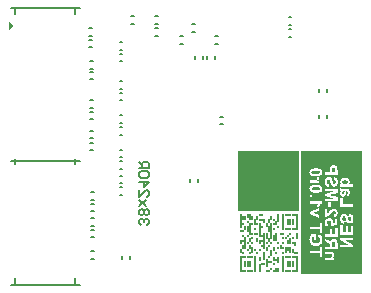
<source format=gbr>
%TF.GenerationSoftware,Altium Limited,Altium Designer,23.3.1 (30)*%
G04 Layer_Color=32896*
%FSLAX45Y45*%
%MOMM*%
%TF.SameCoordinates,B56B3050-E4CE-4FE9-8081-1B6FDF6B35C2*%
%TF.FilePolarity,Positive*%
%TF.FileFunction,Legend,Bot*%
%TF.Part,Single*%
G01*
G75*
%TA.AperFunction,NonConductor*%
%ADD29C,0.15000*%
%ADD35C,0.25000*%
%ADD36C,0.20000*%
%ADD37R,0.15001X0.20000*%
%ADD38R,0.15001X0.40000*%
%ADD39R,0.15001X0.60000*%
%ADD40R,0.15001X0.80000*%
%ADD41R,0.15001X1.00000*%
%ADD42R,0.14996X1.40000*%
%ADD43R,0.15001X1.40000*%
%ADD44R,0.15001X0.60005*%
%ADD45R,0.15001X1.20000*%
%ADD46R,0.14996X0.20000*%
%ADD47R,0.14996X0.60000*%
%ADD48R,0.14996X0.60005*%
G36*
X40000Y2326000D02*
X0Y2358158D01*
Y2293843D01*
X40000Y2326000D01*
D02*
G37*
G36*
X2459284Y758621D02*
X2273465D01*
X2146912D01*
Y1270000D01*
X2459284D01*
Y758621D01*
D02*
G37*
G36*
X2146912Y1270000D02*
Y758621D01*
X1940001D01*
Y1270000D01*
X2146912D01*
D02*
G37*
G36*
X2990001Y226735D02*
X2805614D01*
D01*
X2470001D01*
Y1270001D01*
X2990001D01*
Y226735D01*
D02*
G37*
%LPC*%
G36*
X2782769Y1148989D02*
X2677308D01*
Y1068294D01*
X2782769D01*
Y1105479D01*
X2782693Y1107079D01*
Y1108832D01*
X2782616Y1110737D01*
X2782540Y1112794D01*
X2782388Y1117062D01*
X2782235Y1119195D01*
X2782083Y1121253D01*
X2781931Y1123158D01*
X2781702Y1124910D01*
X2781473Y1126434D01*
X2781321Y1127044D01*
X2781169Y1127653D01*
Y1127730D01*
X2781016Y1128034D01*
X2780864Y1128568D01*
X2780711Y1129177D01*
X2780407Y1129939D01*
X2780026Y1130854D01*
X2779568Y1131844D01*
X2778959Y1132987D01*
X2778349Y1134130D01*
X2777587Y1135350D01*
X2776749Y1136569D01*
X2775835Y1137864D01*
X2774768Y1139160D01*
X2773549Y1140455D01*
X2772253Y1141674D01*
X2770805Y1142817D01*
X2770729Y1142893D01*
X2770424Y1143122D01*
X2769967Y1143427D01*
X2769358Y1143808D01*
X2768596Y1144265D01*
X2767605Y1144798D01*
X2766538Y1145332D01*
X2765243Y1145941D01*
X2763871Y1146475D01*
X2762347Y1147008D01*
X2760671Y1147542D01*
X2758842Y1147999D01*
X2756861Y1148456D01*
X2754803Y1148761D01*
X2752594Y1148913D01*
X2750308Y1148989D01*
X2782769D01*
D02*
G37*
G36*
X2652939Y1084867D02*
Y1055301D01*
D01*
Y1084867D01*
D02*
G37*
G36*
Y1123805D02*
X2545269D01*
D01*
X2597085D01*
X2596247Y1123729D01*
X2595256D01*
X2594189Y1123653D01*
X2592970Y1123577D01*
X2591751Y1123500D01*
X2590379Y1123424D01*
X2588931Y1123272D01*
X2585807Y1122967D01*
X2582454Y1122510D01*
X2578949Y1121976D01*
X2575368Y1121291D01*
X2571786Y1120452D01*
X2568281Y1119462D01*
X2564852Y1118243D01*
X2561652Y1116871D01*
X2560128Y1116109D01*
X2558680Y1115271D01*
X2557308Y1114356D01*
X2556013Y1113442D01*
X2555861Y1113366D01*
X2555556Y1113061D01*
X2555022Y1112528D01*
X2554337Y1111842D01*
X2553498Y1111004D01*
X2552584Y1109937D01*
X2551670Y1108641D01*
X2550679Y1107194D01*
X2549612Y1105593D01*
X2548698Y1103841D01*
X2547783Y1101860D01*
X2546945Y1099726D01*
X2546259Y1097440D01*
X2545726Y1094925D01*
X2545421Y1092335D01*
X2545269Y1089515D01*
Y1088829D01*
X2545345Y1088067D01*
X2545421Y1087001D01*
X2545650Y1085629D01*
X2545878Y1084181D01*
X2546259Y1082429D01*
X2546717Y1080676D01*
X2547402Y1078695D01*
X2548164Y1076714D01*
X2549079Y1074656D01*
X2550222Y1072523D01*
X2551593Y1070465D01*
X2553194Y1068484D01*
X2555022Y1066503D01*
X2557080Y1064674D01*
X2557232Y1064598D01*
X2557613Y1064293D01*
X2557994Y1064064D01*
X2558375Y1063836D01*
X2558832Y1063531D01*
X2559366Y1063226D01*
X2560052Y1062845D01*
X2560737Y1062540D01*
X2561576Y1062083D01*
X2562414Y1061702D01*
X2563404Y1061321D01*
X2564395Y1060864D01*
X2565538Y1060407D01*
X2566757Y1060026D01*
X2568053Y1059569D01*
X2569500Y1059111D01*
X2570948Y1058654D01*
X2572548Y1058273D01*
X2574225Y1057892D01*
X2575977Y1057511D01*
X2577882Y1057130D01*
X2579864Y1056749D01*
X2581921Y1056444D01*
X2584055Y1056140D01*
X2586341Y1055911D01*
X2588703Y1055682D01*
X2591141Y1055530D01*
X2593732Y1055378D01*
X2596399Y1055301D01*
X2600514D01*
X2601200Y1055378D01*
X2602038D01*
X2603028D01*
X2604095Y1055454D01*
X2605238Y1055530D01*
X2606534Y1055606D01*
X2607905Y1055759D01*
X2609353Y1055835D01*
X2612401Y1056140D01*
X2615754Y1056597D01*
X2619259Y1057130D01*
X2622764Y1057816D01*
X2626346Y1058654D01*
X2629927Y1059645D01*
X2633280Y1060788D01*
X2636480Y1062159D01*
X2638004Y1062998D01*
X2639452Y1063760D01*
X2640824Y1064674D01*
X2642119Y1065588D01*
X2642271Y1065665D01*
X2642576Y1065969D01*
X2643110Y1066503D01*
X2643795Y1067189D01*
X2644634Y1068027D01*
X2645548Y1069094D01*
X2646539Y1070389D01*
X2647529Y1071837D01*
X2648520Y1073437D01*
X2649510Y1075190D01*
X2650425Y1077171D01*
X2651263Y1079304D01*
X2651949Y1081590D01*
X2652482Y1084105D01*
X2652787Y1086696D01*
X2652939Y1089515D01*
Y1090201D01*
X2652863Y1090963D01*
X2652787Y1092030D01*
X2652635Y1093325D01*
X2652330Y1094849D01*
X2652025Y1096449D01*
X2651568Y1098278D01*
X2650958Y1100107D01*
X2650272Y1102088D01*
X2649358Y1104069D01*
X2648291Y1106051D01*
X2647072Y1108032D01*
X2645624Y1109937D01*
X2643872Y1111766D01*
X2641967Y1113442D01*
X2641814Y1113594D01*
X2641662Y1113671D01*
X2641357Y1113899D01*
X2640976Y1114128D01*
X2640595Y1114433D01*
X2640062Y1114737D01*
X2639452Y1115042D01*
X2638842Y1115423D01*
X2638080Y1115880D01*
X2637242Y1116261D01*
X2636328Y1116719D01*
X2635261Y1117176D01*
X2634194Y1117633D01*
X2633051Y1118166D01*
X2631756Y1118624D01*
X2630384Y1119081D01*
X2628936Y1119614D01*
X2627412Y1120071D01*
X2625812Y1120529D01*
X2624060Y1120986D01*
X2622307Y1121367D01*
X2620402Y1121824D01*
X2618421Y1122205D01*
X2616287Y1122510D01*
X2614154Y1122815D01*
X2611868Y1123119D01*
X2609505Y1123348D01*
X2607067Y1123577D01*
X2604476Y1123729D01*
X2601809Y1123805D01*
X2652939D01*
D01*
D02*
G37*
G36*
X2625203Y1051034D02*
X2547098D01*
D01*
X2625203D01*
Y1038309D01*
X2625126Y1038842D01*
X2625050Y1039452D01*
X2624974Y1040138D01*
X2624898Y1040976D01*
X2624745Y1041890D01*
X2624288Y1043948D01*
X2623602Y1046234D01*
X2623145Y1047377D01*
X2622612Y1048596D01*
X2622002Y1049815D01*
X2621316Y1051034D01*
X2603714Y1044710D01*
X2603790Y1044633D01*
X2603867Y1044481D01*
X2604019Y1044176D01*
X2604248Y1043871D01*
X2604476Y1043414D01*
X2604781Y1042881D01*
X2605391Y1041585D01*
X2606000Y1040138D01*
X2606534Y1038537D01*
X2606915Y1036861D01*
X2607067Y1036023D01*
Y1034499D01*
X2606915Y1033661D01*
X2606762Y1032670D01*
X2606457Y1031527D01*
X2606076Y1030308D01*
X2605467Y1029089D01*
X2604705Y1027946D01*
X2604629Y1027793D01*
X2604248Y1027488D01*
X2603638Y1026955D01*
X2602800Y1026269D01*
X2601581Y1025583D01*
X2600895Y1025202D01*
X2600133Y1024821D01*
X2599295Y1024440D01*
X2598380Y1024059D01*
X2597313Y1023678D01*
X2596247Y1023374D01*
X2596170D01*
X2595942Y1023297D01*
X2595561Y1023221D01*
X2595027Y1023145D01*
X2594265Y1022993D01*
X2593275Y1022840D01*
X2592132Y1022688D01*
X2590760Y1022535D01*
X2589160Y1022383D01*
X2587331Y1022231D01*
X2585198Y1022078D01*
X2582912Y1021926D01*
X2580245Y1021850D01*
X2577349Y1021773D01*
X2574149Y1021697D01*
X2572472D01*
X2570643D01*
X2547098D01*
Y1001504D01*
X2623526D01*
Y1020249D01*
X2612630D01*
X2612706Y1020326D01*
X2612934Y1020478D01*
X2613392Y1020707D01*
X2613849Y1021088D01*
X2614458Y1021469D01*
X2615220Y1022002D01*
X2616821Y1023145D01*
X2618497Y1024440D01*
X2620173Y1025888D01*
X2620935Y1026650D01*
X2621621Y1027412D01*
X2622231Y1028174D01*
X2622764Y1028860D01*
Y1028936D01*
X2622840Y1029012D01*
X2622993Y1029241D01*
X2623145Y1029546D01*
X2623526Y1030384D01*
X2623983Y1031451D01*
X2624441Y1032746D01*
X2624822Y1034194D01*
X2625126Y1035870D01*
X2625203Y1037623D01*
Y1001504D01*
D01*
Y1051034D01*
D02*
G37*
G36*
X2912979Y1042881D02*
Y988474D01*
X2874956D01*
X2875108Y988550D01*
X2875413Y988931D01*
X2875946Y989388D01*
X2876632Y990150D01*
X2877470Y990989D01*
X2878308Y992055D01*
X2879299Y993351D01*
X2880290Y994722D01*
X2881280Y996246D01*
X2882271Y997923D01*
X2883185Y999752D01*
X2883947Y1001733D01*
X2884633Y1003790D01*
X2885166Y1005924D01*
X2885471Y1008210D01*
X2885624Y1010572D01*
Y1011182D01*
X2885547Y1011944D01*
X2885471Y1012934D01*
X2885319Y1014077D01*
X2885090Y1015525D01*
X2884785Y1017049D01*
X2884328Y1018725D01*
X2883795Y1020554D01*
X2883185Y1022383D01*
X2882347Y1024288D01*
X2881356Y1026269D01*
X2880213Y1028174D01*
X2878842Y1030155D01*
X2877242Y1031984D01*
X2875489Y1033737D01*
X2875337Y1033813D01*
X2875032Y1034118D01*
X2874422Y1034575D01*
X2873584Y1035185D01*
X2872593Y1035870D01*
X2871298Y1036632D01*
X2869774Y1037471D01*
X2868098Y1038309D01*
X2866116Y1039147D01*
X2863983Y1039985D01*
X2861544Y1040747D01*
X2858954Y1041433D01*
X2856134Y1042043D01*
X2853162Y1042500D01*
X2849886Y1042805D01*
X2846457Y1042881D01*
X2845161D01*
X2844552Y1042805D01*
X2843942D01*
X2843256Y1042728D01*
X2841580Y1042576D01*
X2839675Y1042424D01*
X2837618Y1042119D01*
X2835332Y1041738D01*
X2832969Y1041204D01*
X2830455Y1040595D01*
X2827940Y1039833D01*
X2825502Y1038918D01*
X2822987Y1037852D01*
X2820625Y1036632D01*
X2818339Y1035185D01*
X2816282Y1033508D01*
X2816129Y1033432D01*
X2815824Y1033051D01*
X2815291Y1032594D01*
X2814605Y1031832D01*
X2813843Y1030917D01*
X2812929Y1029851D01*
X2812014Y1028631D01*
X2811024Y1027184D01*
X2810033Y1025660D01*
X2809119Y1023907D01*
X2808204Y1022002D01*
X2807442Y1020021D01*
X2806757Y1017887D01*
X2806223Y1015677D01*
X2805918Y1013315D01*
X2805766Y1010877D01*
Y1010915D01*
Y1010267D01*
X2805842Y1009734D01*
Y1009200D01*
X2805918Y1008438D01*
X2806071Y1007676D01*
X2806147Y1006838D01*
X2806604Y1004857D01*
X2807138Y1002647D01*
X2807976Y1000285D01*
X2808433Y999142D01*
X2809043Y997923D01*
X2809119Y997847D01*
X2809195Y997618D01*
X2809424Y997313D01*
X2809652Y996856D01*
X2810033Y996323D01*
X2810414Y995713D01*
X2810948Y994951D01*
X2811481Y994189D01*
X2812853Y992513D01*
X2814529Y990684D01*
X2816434Y988779D01*
X2818720Y987026D01*
X2807519D01*
Y968281D01*
X2805766D01*
X2912979D01*
Y1042881D01*
D02*
G37*
G36*
X2784521Y1050387D02*
X2707026D01*
X2706416Y1050310D01*
X2705578Y1050234D01*
X2704664Y1050082D01*
X2703597Y1049929D01*
X2702454Y1049777D01*
X2701159Y1049472D01*
X2699787Y1049167D01*
X2698415Y1048710D01*
X2696968Y1048253D01*
X2695444Y1047643D01*
X2693920Y1046958D01*
X2692472Y1046196D01*
X2690948Y1045281D01*
X2690872Y1045205D01*
X2690643Y1045053D01*
X2690186Y1044748D01*
X2689652Y1044367D01*
X2689043Y1043833D01*
X2688281Y1043224D01*
X2687443Y1042462D01*
X2686528Y1041624D01*
X2685614Y1040633D01*
X2684623Y1039566D01*
X2683633Y1038423D01*
X2682718Y1037128D01*
X2681728Y1035756D01*
X2680813Y1034308D01*
X2679975Y1032708D01*
X2679213Y1031032D01*
X2679137Y1030956D01*
X2679061Y1030651D01*
X2678832Y1030117D01*
X2678603Y1029355D01*
X2678299Y1028517D01*
X2677994Y1027450D01*
X2677689Y1026155D01*
X2677308Y1024783D01*
X2676927Y1023183D01*
X2676622Y1021431D01*
X2676317Y1019526D01*
X2676013Y1017544D01*
X2675784Y1015411D01*
X2675555Y1013125D01*
X2675479Y1010686D01*
X2675403Y1008180D01*
Y1006798D01*
X2675479Y1006267D01*
Y1005581D01*
X2675555Y1004895D01*
X2675708Y1003219D01*
X2675860Y1001238D01*
X2676165Y999104D01*
X2676546Y996818D01*
X2677079Y994380D01*
X2677689Y991865D01*
X2678375Y989274D01*
X2679289Y986760D01*
X2680356Y984245D01*
X2681575Y981807D01*
X2683023Y979521D01*
X2684623Y977387D01*
X2684699Y977235D01*
X2685080Y976930D01*
X2685614Y976396D01*
X2686376Y975711D01*
X2687290Y974872D01*
X2688509Y973882D01*
X2689881Y972891D01*
X2691481Y971824D01*
X2693234Y970681D01*
X2695291Y969615D01*
X2697501Y968548D01*
X2699863Y967557D01*
X2702530Y966567D01*
X2705350Y965805D01*
X2708398Y965119D01*
X2711598Y964662D01*
X2713579Y985388D01*
X2713427D01*
X2713122Y985464D01*
X2712589Y985617D01*
X2711903Y985769D01*
X2710988Y985998D01*
X2709998Y986302D01*
X2708931Y986607D01*
X2707788Y986988D01*
X2705273Y988055D01*
X2703978Y988665D01*
X2702683Y989350D01*
X2701463Y990112D01*
X2700320Y990951D01*
X2699254Y991941D01*
X2698263Y992932D01*
X2698187Y993008D01*
X2698034Y993237D01*
X2697806Y993541D01*
X2697501Y993999D01*
X2697120Y994532D01*
X2696739Y995294D01*
X2696282Y996056D01*
X2695825Y997047D01*
X2695367Y998037D01*
X2694910Y999256D01*
X2694529Y1000476D01*
X2694148Y1001847D01*
X2693843Y1003371D01*
X2693615Y1004971D01*
X2693462Y1006648D01*
X2693386Y1008400D01*
Y1009391D01*
X2693462Y1010077D01*
X2693539Y1010915D01*
X2693615Y1011906D01*
X2693767Y1013049D01*
X2693920Y1014192D01*
X2694453Y1016706D01*
X2694834Y1018002D01*
X2695215Y1019297D01*
X2695748Y1020516D01*
X2696282Y1021735D01*
X2696968Y1022878D01*
X2697730Y1023869D01*
X2697806Y1023945D01*
X2697958Y1024098D01*
X2698187Y1024326D01*
X2698492Y1024707D01*
X2698949Y1025088D01*
X2699406Y1025545D01*
X2700016Y1026003D01*
X2700625Y1026536D01*
X2702149Y1027450D01*
X2703826Y1028289D01*
X2704816Y1028670D01*
X2705731Y1028898D01*
X2706797Y1029051D01*
X2707864Y1029127D01*
X2707940D01*
X2708017D01*
X2708474D01*
X2709160Y1029051D01*
X2710074Y1028822D01*
X2711065Y1028593D01*
X2712131Y1028212D01*
X2713198Y1027679D01*
X2714189Y1026917D01*
X2714341Y1026841D01*
X2714646Y1026460D01*
X2715103Y1025926D01*
X2715789Y1025164D01*
X2716475Y1024098D01*
X2717313Y1022726D01*
X2718075Y1021126D01*
X2718456Y1020211D01*
X2718837Y1019221D01*
Y1019145D01*
X2718913Y1019068D01*
X2718989Y1018764D01*
X2719066Y1018459D01*
X2719218Y1017925D01*
X2719447Y1017316D01*
X2719675Y1016554D01*
X2719904Y1015716D01*
X2720209Y1014649D01*
X2720513Y1013430D01*
X2720894Y1012058D01*
X2721352Y1010458D01*
X2721809Y1008705D01*
X2722266Y1006724D01*
X2722799Y1004514D01*
X2723409Y1002152D01*
Y1002076D01*
X2723485Y1001923D01*
Y1001695D01*
X2723638Y1001390D01*
X2723714Y1001009D01*
X2723866Y1000552D01*
X2724171Y999409D01*
X2724552Y997961D01*
X2725085Y996361D01*
X2725695Y994608D01*
X2726305Y992779D01*
X2727067Y990798D01*
X2727829Y988817D01*
X2728667Y986760D01*
X2729581Y984855D01*
X2730572Y982950D01*
X2731639Y981197D01*
X2732705Y979597D01*
X2733848Y978149D01*
X2733925Y978073D01*
X2734229Y977768D01*
X2734763Y977235D01*
X2735372Y976625D01*
X2736211Y975939D01*
X2737277Y975101D01*
X2738420Y974187D01*
X2739792Y973348D01*
X2741240Y972434D01*
X2742840Y971520D01*
X2744593Y970681D01*
X2746421Y969996D01*
X2748403Y969386D01*
X2750536Y968853D01*
X2752746Y968548D01*
X2755032Y968472D01*
X2755108D01*
X2755413D01*
X2755794D01*
X2756404Y968548D01*
X2757089Y968624D01*
X2757928Y968700D01*
X2758918Y968853D01*
X2759985Y969005D01*
X2761052Y969310D01*
X2762271Y969538D01*
X2763490Y969919D01*
X2764786Y970377D01*
X2766157Y970910D01*
X2767453Y971520D01*
X2768824Y972205D01*
X2770120Y972967D01*
X2770196Y973044D01*
X2770424Y973196D01*
X2770805Y973425D01*
X2771263Y973806D01*
X2771872Y974263D01*
X2772558Y974872D01*
X2773244Y975558D01*
X2774082Y976320D01*
X2774920Y977235D01*
X2775835Y978225D01*
X2776673Y979292D01*
X2777587Y980435D01*
X2778425Y981730D01*
X2779264Y983102D01*
X2780102Y984550D01*
X2780788Y986150D01*
X2780864Y986226D01*
X2780940Y986531D01*
X2781169Y987064D01*
X2781397Y987674D01*
X2781626Y988512D01*
X2782007Y989503D01*
X2782312Y990646D01*
X2782693Y991941D01*
X2782997Y993389D01*
X2783378Y994989D01*
X2783683Y996666D01*
X2783912Y998494D01*
X2784217Y1000476D01*
X2784369Y1002533D01*
X2784445Y1004667D01*
X2784521Y1006876D01*
Y1008248D01*
X2784445Y1008781D01*
Y1009391D01*
X2784369Y1010153D01*
X2784293Y1011829D01*
X2784064Y1013734D01*
X2783759Y1015792D01*
X2783455Y1018078D01*
X2782997Y1020440D01*
X2782388Y1022878D01*
X2781702Y1025393D01*
X2780864Y1027908D01*
X2779797Y1030270D01*
X2778654Y1032632D01*
X2777282Y1034766D01*
X2775758Y1036747D01*
X2775682Y1036899D01*
X2775377Y1037204D01*
X2774844Y1037661D01*
X2774158Y1038347D01*
X2773320Y1039109D01*
X2772253Y1039947D01*
X2771034Y1040862D01*
X2769586Y1041852D01*
X2768062Y1042843D01*
X2766310Y1043757D01*
X2764405Y1044672D01*
X2762347Y1045434D01*
X2760137Y1046196D01*
X2757775Y1046729D01*
X2755261Y1047110D01*
X2752594Y1047339D01*
X2751679Y1026079D01*
X2751755D01*
X2752060Y1026003D01*
X2752441Y1025926D01*
X2752975Y1025774D01*
X2753660Y1025622D01*
X2754422Y1025393D01*
X2755261Y1025164D01*
X2756175Y1024860D01*
X2758080Y1024021D01*
X2759985Y1023031D01*
X2761814Y1021735D01*
X2762652Y1021050D01*
X2763338Y1020211D01*
X2763414Y1020135D01*
X2763490Y1019983D01*
X2763643Y1019754D01*
X2763871Y1019373D01*
X2764176Y1018916D01*
X2764481Y1018306D01*
X2764786Y1017621D01*
X2765167Y1016859D01*
X2765471Y1015944D01*
X2765776Y1014954D01*
X2766081Y1013811D01*
X2766386Y1012591D01*
X2766614Y1011296D01*
X2766767Y1009924D01*
X2766919Y1008324D01*
Y1005810D01*
X2766843Y1005200D01*
X2766767Y1004438D01*
X2766691Y1003524D01*
X2766614Y1002533D01*
X2766462Y1001390D01*
X2766005Y999104D01*
X2765319Y996666D01*
X2764862Y995446D01*
X2764328Y994303D01*
X2763719Y993237D01*
X2763033Y992170D01*
X2762957Y992017D01*
X2762576Y991636D01*
X2762042Y991103D01*
X2761280Y990493D01*
X2760366Y989884D01*
X2759299Y989350D01*
X2758004Y988969D01*
X2757318Y988893D01*
X2756556Y988817D01*
X2756480D01*
X2756404D01*
X2755946Y988893D01*
X2755261Y988969D01*
X2754346Y989198D01*
X2753356Y989579D01*
X2752289Y990112D01*
X2751222Y990874D01*
X2750155Y991941D01*
Y992017D01*
X2750003Y992170D01*
X2749850Y992398D01*
X2749546Y992856D01*
X2749241Y993389D01*
X2748860Y994075D01*
X2748479Y994913D01*
X2748022Y995904D01*
X2747488Y997123D01*
X2746955Y998494D01*
X2746345Y1000095D01*
X2745736Y1001923D01*
X2745050Y1003981D01*
X2744440Y1006191D01*
X2743754Y1008781D01*
X2743069Y1011525D01*
Y1011601D01*
X2742992Y1011677D01*
Y1011906D01*
X2742916Y1012210D01*
X2742688Y1012972D01*
X2742459Y1014039D01*
X2742078Y1015335D01*
X2741697Y1016859D01*
X2741240Y1018459D01*
X2740783Y1020211D01*
X2740173Y1022040D01*
X2739640Y1023945D01*
X2738344Y1027755D01*
X2737658Y1029584D01*
X2736896Y1031337D01*
X2736211Y1033013D01*
X2735449Y1034461D01*
X2735372Y1034537D01*
X2735296Y1034766D01*
X2735068Y1035147D01*
X2734763Y1035680D01*
X2734306Y1036290D01*
X2733848Y1037052D01*
X2733315Y1037814D01*
X2732629Y1038728D01*
X2731943Y1039642D01*
X2731105Y1040557D01*
X2730267Y1041547D01*
X2729276Y1042538D01*
X2727143Y1044443D01*
X2725924Y1045281D01*
X2724704Y1046119D01*
X2724628Y1046196D01*
X2724400Y1046272D01*
X2724019Y1046500D01*
X2723485Y1046805D01*
X2722799Y1047110D01*
X2722037Y1047491D01*
X2721123Y1047872D01*
X2720056Y1048253D01*
X2718913Y1048634D01*
X2717618Y1049015D01*
X2716246Y1049396D01*
X2714798Y1049701D01*
X2713198Y1050006D01*
X2711522Y1050234D01*
X2709769Y1050310D01*
X2707940Y1050387D01*
X2784521D01*
D02*
G37*
G36*
X2677308Y929038D02*
Y929000D01*
D01*
Y929038D01*
D02*
G37*
G36*
Y928962D02*
Y928886D01*
D01*
Y928962D01*
D02*
G37*
G36*
Y928428D02*
Y928276D01*
D01*
Y928428D01*
D02*
G37*
G36*
Y928200D02*
Y928047D01*
D01*
Y928200D01*
D02*
G37*
G36*
Y926752D02*
Y926600D01*
D01*
Y926752D01*
D02*
G37*
G36*
Y926447D02*
Y926371D01*
D01*
Y926447D01*
D02*
G37*
G36*
Y925914D02*
Y925761D01*
D01*
Y925914D01*
D02*
G37*
G36*
Y925609D02*
Y925533D01*
D01*
Y925609D01*
D02*
G37*
G36*
Y924771D02*
Y924695D01*
D01*
Y924771D01*
D02*
G37*
G36*
Y924161D02*
Y924085D01*
D01*
Y924161D01*
D02*
G37*
G36*
Y923933D02*
Y923856D01*
D01*
Y923933D01*
D02*
G37*
G36*
Y923323D02*
Y923247D01*
D01*
Y923323D01*
D02*
G37*
G36*
Y921647D02*
Y921570D01*
D01*
Y921647D01*
D02*
G37*
G36*
Y920808D02*
Y920504D01*
D01*
Y920808D01*
D02*
G37*
G36*
Y919970D02*
Y919894D01*
D01*
Y919970D01*
D02*
G37*
G36*
Y919818D02*
Y919665D01*
D01*
Y919818D01*
D02*
G37*
G36*
Y919284D02*
Y919056D01*
D01*
Y919284D01*
D02*
G37*
G36*
X2885624Y953651D02*
D01*
Y918446D01*
X2885547Y919361D01*
Y920504D01*
X2885471Y921799D01*
X2885395Y923247D01*
X2885243Y924771D01*
X2885090Y926371D01*
X2884862Y928047D01*
X2884252Y931400D01*
X2883947Y933000D01*
X2883490Y934601D01*
X2882957Y936048D01*
X2882423Y937344D01*
Y937420D01*
X2882271Y937649D01*
X2882118Y937953D01*
X2881814Y938411D01*
X2881509Y938944D01*
X2881128Y939554D01*
X2880213Y941001D01*
X2878994Y942525D01*
X2877623Y944049D01*
X2876022Y945497D01*
X2875184Y946107D01*
X2874270Y946640D01*
X2874194D01*
X2874041Y946793D01*
X2873736Y946869D01*
X2873279Y947097D01*
X2872746Y947250D01*
X2871984Y947478D01*
X2871146Y947783D01*
X2870155Y948012D01*
X2869012Y948240D01*
X2867640Y948545D01*
X2866193Y948774D01*
X2864516Y948926D01*
X2862687Y949155D01*
X2860706Y949231D01*
X2858496Y949383D01*
X2856134D01*
X2832588Y949079D01*
X2832512D01*
X2832131D01*
X2831598D01*
X2830912D01*
X2830074D01*
X2829159Y949155D01*
X2828093D01*
X2826950Y949231D01*
X2824511Y949307D01*
X2822073Y949460D01*
X2820854Y949536D01*
X2819711Y949688D01*
X2818720Y949841D01*
X2817729Y949993D01*
X2817653D01*
X2817501Y950069D01*
X2817272D01*
X2816891Y950222D01*
X2816434Y950298D01*
X2815901Y950450D01*
X2814681Y950831D01*
X2813157Y951288D01*
X2811405Y951974D01*
X2809500Y952736D01*
X2807519Y953651D01*
Y933686D01*
X2807595D01*
X2807900Y933534D01*
X2808357Y933381D01*
X2809043Y933153D01*
X2809881Y932848D01*
X2810871Y932467D01*
X2812091Y932086D01*
X2813462Y931705D01*
X2813538D01*
X2813767Y931629D01*
X2814072Y931553D01*
X2814453Y931400D01*
X2815215Y931172D01*
X2815520Y931095D01*
X2815824Y931019D01*
X2815748Y930943D01*
X2815596Y930791D01*
X2815367Y930486D01*
X2814986Y930105D01*
X2814605Y929648D01*
X2814072Y929038D01*
X2813538Y928428D01*
X2813005Y927666D01*
X2811786Y926066D01*
X2810490Y924161D01*
X2809347Y922104D01*
X2808281Y919894D01*
Y919818D01*
X2808204Y919665D01*
X2808052Y919284D01*
X2807900Y918903D01*
X2807671Y918294D01*
X2807519Y917684D01*
X2807290Y916922D01*
X2807061Y916160D01*
X2806757Y915246D01*
X2806528Y914255D01*
X2806147Y912122D01*
X2805842Y909759D01*
X2805766Y907321D01*
Y906788D01*
X2805842Y906178D01*
Y905340D01*
X2805995Y904349D01*
X2806071Y903206D01*
X2806299Y901987D01*
X2806604Y900539D01*
X2806909Y899091D01*
X2807366Y897567D01*
X2807823Y896043D01*
X2808433Y894519D01*
X2809195Y892995D01*
X2810033Y891471D01*
X2811024Y890024D01*
X2812167Y888728D01*
X2812243Y888652D01*
X2812472Y888423D01*
X2812853Y888119D01*
X2813310Y887661D01*
X2813919Y887128D01*
X2814681Y886595D01*
X2815596Y885985D01*
X2816586Y885375D01*
X2817729Y884690D01*
X2818949Y884080D01*
X2820244Y883547D01*
X2821692Y883013D01*
X2823216Y882556D01*
X2824816Y882251D01*
X2826569Y882023D01*
X2828321Y881946D01*
X2805766D01*
X2885624D01*
Y953651D01*
D02*
G37*
G36*
X2677308Y917532D02*
Y917379D01*
D01*
Y917532D01*
D02*
G37*
G36*
Y917227D02*
Y917151D01*
D01*
Y917227D01*
D02*
G37*
G36*
Y916922D02*
D01*
D01*
D01*
D02*
G37*
G36*
Y916617D02*
Y916541D01*
D01*
Y916617D01*
D02*
G37*
G36*
Y916389D02*
Y916313D01*
D01*
Y916389D01*
D02*
G37*
G36*
X2652939Y984588D02*
X2545269D01*
D01*
X2597085D01*
X2596247Y984512D01*
X2595256D01*
X2594189Y984435D01*
X2592970Y984359D01*
X2591751Y984283D01*
X2590379Y984207D01*
X2588931Y984054D01*
X2585807Y983750D01*
X2582454Y983292D01*
X2578949Y982759D01*
X2575368Y982073D01*
X2571786Y981235D01*
X2568281Y980244D01*
X2564852Y979025D01*
X2561652Y977654D01*
X2560128Y976892D01*
X2558680Y976053D01*
X2557308Y975139D01*
X2556013Y974225D01*
X2555861Y974148D01*
X2555556Y973844D01*
X2555022Y973310D01*
X2554337Y972624D01*
X2553498Y971786D01*
X2552584Y970719D01*
X2551670Y969424D01*
X2550679Y967976D01*
X2549612Y966376D01*
X2548698Y964623D01*
X2547783Y962642D01*
X2546945Y960509D01*
X2546259Y958223D01*
X2545726Y955708D01*
X2545421Y953117D01*
X2545269Y950298D01*
Y949612D01*
X2545345Y948850D01*
X2545421Y947783D01*
X2545650Y946412D01*
X2545878Y944964D01*
X2546259Y943211D01*
X2546717Y941459D01*
X2547402Y939477D01*
X2548164Y937496D01*
X2549079Y935439D01*
X2550222Y933305D01*
X2551593Y931248D01*
X2553194Y929267D01*
X2555022Y927285D01*
X2557080Y925457D01*
X2557232Y925380D01*
X2557613Y925076D01*
X2557994Y924847D01*
X2558375Y924618D01*
X2558832Y924314D01*
X2559366Y924009D01*
X2560052Y923628D01*
X2560737Y923323D01*
X2561576Y922866D01*
X2562414Y922485D01*
X2563404Y922104D01*
X2564395Y921647D01*
X2565538Y921189D01*
X2566757Y920808D01*
X2568053Y920351D01*
X2569500Y919894D01*
X2570948Y919437D01*
X2572548Y919056D01*
X2574225Y918675D01*
X2575977Y918294D01*
X2577882Y917913D01*
X2579864Y917532D01*
X2581921Y917227D01*
X2584055Y916922D01*
X2586341Y916694D01*
X2588703Y916465D01*
X2591141Y916313D01*
X2593732Y916160D01*
X2596399Y916084D01*
X2600514D01*
X2601200Y916160D01*
X2602038D01*
X2603028D01*
X2604095Y916236D01*
X2605238Y916313D01*
X2606534Y916389D01*
X2607905Y916541D01*
X2609353Y916617D01*
X2612401Y916922D01*
X2615754Y917379D01*
X2619259Y917913D01*
X2622764Y918599D01*
X2626346Y919437D01*
X2629927Y920427D01*
X2633280Y921570D01*
X2636480Y922942D01*
X2638004Y923780D01*
X2639452Y924542D01*
X2640824Y925457D01*
X2642119Y926371D01*
X2642271Y926447D01*
X2642576Y926752D01*
X2643110Y927285D01*
X2643795Y927971D01*
X2644634Y928809D01*
X2645548Y929876D01*
X2646539Y931172D01*
X2647529Y932619D01*
X2648520Y934220D01*
X2649510Y935972D01*
X2650425Y937953D01*
X2651263Y940087D01*
X2651949Y942373D01*
X2652482Y944888D01*
X2652787Y947478D01*
X2652939Y950298D01*
Y916084D01*
D01*
Y984588D01*
D02*
G37*
G36*
X2677308Y915322D02*
Y915246D01*
D01*
Y915322D01*
D02*
G37*
G36*
Y913341D02*
Y913188D01*
D01*
Y913341D01*
D02*
G37*
G36*
Y912503D02*
Y912122D01*
D01*
Y912503D01*
D02*
G37*
G36*
Y911131D02*
Y910674D01*
D01*
Y911131D01*
D02*
G37*
G36*
X2567291Y899777D02*
X2547098D01*
Y879584D01*
X2567291D01*
Y899777D01*
D02*
G37*
G36*
X2782769Y948812D02*
X2677308D01*
Y929076D01*
X2760290Y929000D01*
X2677308Y908121D01*
Y887623D01*
X2760290Y866821D01*
X2677308D01*
Y847085D01*
X2782769D01*
Y878937D01*
X2710760Y897987D01*
X2782769Y916808D01*
Y948812D01*
D02*
G37*
G36*
X2912065Y872193D02*
Y819234D01*
X2825349D01*
Y872193D01*
X2807519D01*
Y797974D01*
X2912065D01*
Y872193D01*
D02*
G37*
G36*
X2652939Y845066D02*
X2547098D01*
Y824873D01*
X2623221D01*
X2623069Y824720D01*
X2622764Y824339D01*
X2622231Y823730D01*
X2621545Y822891D01*
X2620707Y821825D01*
X2619716Y820529D01*
X2618573Y819081D01*
X2617430Y817405D01*
X2616211Y815576D01*
X2614916Y813595D01*
X2613620Y811461D01*
X2612401Y809175D01*
X2611182Y806737D01*
X2609963Y804146D01*
X2608896Y801479D01*
X2607905Y798736D01*
X2626269D01*
Y798812D01*
X2626422Y799117D01*
X2626574Y799498D01*
X2626803Y800108D01*
X2627108Y800870D01*
X2627412Y801708D01*
X2627870Y802698D01*
X2628403Y803841D01*
X2629089Y805061D01*
X2629775Y806356D01*
X2630537Y807804D01*
X2631451Y809252D01*
X2632442Y810852D01*
X2633508Y812452D01*
X2634728Y814128D01*
X2636023Y815881D01*
X2636099Y815957D01*
X2636328Y816262D01*
X2636785Y816795D01*
X2637318Y817405D01*
X2638004Y818167D01*
X2638842Y819005D01*
X2639757Y819920D01*
X2640824Y820986D01*
X2642043Y821977D01*
X2643338Y823044D01*
X2644710Y824111D01*
X2646234Y825177D01*
X2647758Y826168D01*
X2649434Y827082D01*
X2651187Y827921D01*
X2652939Y828606D01*
Y798736D01*
D01*
Y845066D01*
D02*
G37*
G36*
X2725619Y835579D02*
X2705426D01*
Y795879D01*
X2725619D01*
Y835579D01*
D02*
G37*
G36*
X2753737Y780181D02*
X2752517D01*
X2751908Y780105D01*
X2751146Y780029D01*
X2750308Y779953D01*
X2749393Y779877D01*
X2747336Y779572D01*
X2745050Y779115D01*
X2742611Y778429D01*
X2740173Y777591D01*
X2740097D01*
X2739868Y777438D01*
X2739563Y777286D01*
X2739030Y777133D01*
X2738497Y776829D01*
X2737811Y776448D01*
X2736973Y776067D01*
X2736134Y775609D01*
X2735144Y775076D01*
X2734077Y774466D01*
X2731791Y773095D01*
X2729353Y771418D01*
X2726762Y769513D01*
X2726686Y769437D01*
X2726533Y769361D01*
X2726305Y769132D01*
X2725924Y768828D01*
X2725390Y768370D01*
X2724781Y767837D01*
X2724095Y767227D01*
X2723333Y766465D01*
X2722418Y765627D01*
X2721428Y764637D01*
X2720285Y763570D01*
X2719066Y762351D01*
X2717770Y761055D01*
X2716399Y759607D01*
X2714875Y758007D01*
X2713274Y756255D01*
X2713198Y756178D01*
X2712893Y755874D01*
X2712436Y755340D01*
X2711827Y754731D01*
X2711141Y753969D01*
X2710379Y753054D01*
X2709464Y752140D01*
X2708550Y751149D01*
X2706569Y749092D01*
X2704664Y747034D01*
X2703749Y746120D01*
X2702987Y745358D01*
X2702225Y744596D01*
X2701616Y744063D01*
X2701463Y743986D01*
X2701159Y743682D01*
X2700549Y743148D01*
X2699863Y742615D01*
X2699025Y741929D01*
X2698034Y741243D01*
X2697044Y740557D01*
X2696053Y739948D01*
Y780181D01*
X2718326D01*
X2677308D01*
Y709315D01*
X2677460D01*
X2677765Y709392D01*
X2678375Y709468D01*
X2679137Y709620D01*
X2680051Y709773D01*
X2681194Y710001D01*
X2682413Y710230D01*
X2683785Y710611D01*
X2685309Y710992D01*
X2686909Y711525D01*
X2688509Y712059D01*
X2690262Y712668D01*
X2692015Y713430D01*
X2693843Y714268D01*
X2695596Y715183D01*
X2697425Y716173D01*
X2697501Y716250D01*
X2697882Y716478D01*
X2698415Y716859D01*
X2699177Y717316D01*
X2700092Y718002D01*
X2701235Y718917D01*
X2702606Y719983D01*
X2704130Y721203D01*
X2705883Y722650D01*
X2707788Y724251D01*
X2709845Y726156D01*
X2712131Y728213D01*
X2714570Y730575D01*
X2717084Y733090D01*
X2719828Y735909D01*
X2722723Y738957D01*
X2722799Y739033D01*
X2722876Y739110D01*
X2723257Y739567D01*
X2723942Y740253D01*
X2724781Y741167D01*
X2725847Y742234D01*
X2726990Y743453D01*
X2728286Y744748D01*
X2729657Y746196D01*
X2732553Y749016D01*
X2733925Y750463D01*
X2735372Y751759D01*
X2736668Y753054D01*
X2737887Y754121D01*
X2739030Y755035D01*
X2739944Y755721D01*
X2740021Y755797D01*
X2740249Y755874D01*
X2740554Y756102D01*
X2741011Y756407D01*
X2741621Y756712D01*
X2742230Y757017D01*
X2742992Y757398D01*
X2743831Y757855D01*
X2745736Y758617D01*
X2747793Y759226D01*
X2750079Y759760D01*
X2751222Y759836D01*
X2752365Y759912D01*
X2752441D01*
X2752670D01*
X2752975D01*
X2753508Y759836D01*
X2754041D01*
X2754651Y759760D01*
X2756175Y759455D01*
X2757851Y758998D01*
X2759604Y758388D01*
X2761204Y757474D01*
X2762042Y756864D01*
X2762728Y756255D01*
X2762804Y756178D01*
X2762881Y756102D01*
X2763033Y755874D01*
X2763338Y755569D01*
X2763566Y755188D01*
X2763871Y754731D01*
X2764252Y754197D01*
X2764557Y753664D01*
X2765243Y752216D01*
X2765852Y750463D01*
X2766233Y748482D01*
X2766310Y747339D01*
X2766386Y746196D01*
Y745587D01*
X2766310Y745129D01*
Y744596D01*
X2766157Y743986D01*
X2765929Y742539D01*
X2765471Y740938D01*
X2764786Y739186D01*
X2764328Y738424D01*
X2763871Y737586D01*
X2763262Y736824D01*
X2762576Y736062D01*
X2762500Y735985D01*
X2762423Y735909D01*
X2762195Y735681D01*
X2761814Y735452D01*
X2761433Y735147D01*
X2760899Y734842D01*
X2760290Y734538D01*
X2759604Y734157D01*
X2758766Y733776D01*
X2757851Y733395D01*
X2756785Y733014D01*
X2755642Y732709D01*
X2754346Y732404D01*
X2752975Y732099D01*
X2751527Y731947D01*
X2749927Y731794D01*
X2751908Y711678D01*
X2751984D01*
X2752136D01*
X2752365Y711754D01*
X2752670D01*
X2753051Y711830D01*
X2753508Y711906D01*
X2754651Y712135D01*
X2756023Y712363D01*
X2757547Y712744D01*
X2759299Y713202D01*
X2761128Y713735D01*
X2763109Y714421D01*
X2765090Y715183D01*
X2767072Y716097D01*
X2769053Y717164D01*
X2770958Y718307D01*
X2772710Y719679D01*
X2774387Y721203D01*
X2775835Y722879D01*
X2775911Y722955D01*
X2776139Y723336D01*
X2776520Y723870D01*
X2776978Y724555D01*
X2777511Y725546D01*
X2778121Y726613D01*
X2778806Y727984D01*
X2779492Y729432D01*
X2780178Y731032D01*
X2780864Y732861D01*
X2781473Y734842D01*
X2782007Y736900D01*
X2782464Y739186D01*
X2782845Y741548D01*
X2783074Y744063D01*
X2783150Y746653D01*
Y747339D01*
X2783074Y748177D01*
X2782997Y749244D01*
X2782921Y750540D01*
X2782693Y752064D01*
X2782464Y753740D01*
X2782083Y755569D01*
X2781626Y757474D01*
X2781092Y759531D01*
X2780407Y761589D01*
X2779568Y763570D01*
X2778578Y765627D01*
X2777511Y767608D01*
X2776216Y769437D01*
X2774692Y771190D01*
X2774615Y771266D01*
X2774311Y771571D01*
X2773853Y772028D01*
X2773168Y772561D01*
X2772329Y773247D01*
X2771415Y774009D01*
X2770196Y774847D01*
X2768900Y775686D01*
X2767453Y776524D01*
X2765929Y777362D01*
X2764176Y778124D01*
X2762347Y778810D01*
X2760366Y779343D01*
X2758232Y779800D01*
X2756023Y780105D01*
X2753737Y780181D01*
D02*
G37*
G36*
X2914732Y738614D02*
X2838151D01*
D01*
X2914732D01*
D02*
G37*
G36*
X2623526Y785325D02*
X2547098D01*
D01*
X2623526D01*
X2547098Y754997D01*
Y736785D01*
X2623526Y706001D01*
D01*
Y785325D01*
D02*
G37*
G36*
X2914732Y738614D02*
D01*
Y696476D01*
X2914656Y697009D01*
Y697619D01*
X2914580Y698381D01*
X2914503Y700057D01*
X2914275Y701962D01*
X2913970Y704019D01*
X2913665Y706305D01*
X2913208Y708668D01*
X2912598Y711106D01*
X2911913Y713621D01*
X2911074Y716135D01*
X2910008Y718497D01*
X2908865Y720860D01*
X2907493Y722993D01*
X2905969Y724974D01*
X2905893Y725127D01*
X2905588Y725432D01*
X2905055Y725889D01*
X2904369Y726575D01*
X2903531Y727337D01*
X2902464Y728175D01*
X2901245Y729089D01*
X2899797Y730080D01*
X2898273Y731070D01*
X2896520Y731985D01*
X2894615Y732899D01*
X2892558Y733661D01*
X2890348Y734423D01*
X2887986Y734957D01*
X2885471Y735338D01*
X2882804Y735566D01*
X2881890Y714306D01*
X2881966D01*
X2882271Y714230D01*
X2882652Y714154D01*
X2883185Y714002D01*
X2883871Y713849D01*
X2884633Y713621D01*
X2885471Y713392D01*
X2886386Y713087D01*
X2888291Y712249D01*
X2890196Y711258D01*
X2892024Y709963D01*
X2892863Y709277D01*
X2893548Y708439D01*
X2893625Y708363D01*
X2893701Y708210D01*
X2893853Y707982D01*
X2894082Y707601D01*
X2894387Y707144D01*
X2894691Y706534D01*
X2894996Y705848D01*
X2895377Y705086D01*
X2895682Y704172D01*
X2895987Y703181D01*
X2896292Y702038D01*
X2896596Y700819D01*
X2896825Y699524D01*
X2896977Y698152D01*
X2897130Y696552D01*
Y694037D01*
X2897054Y693428D01*
X2896977Y692666D01*
X2896901Y691751D01*
X2896825Y690761D01*
X2896673Y689618D01*
X2896215Y687332D01*
X2895530Y684893D01*
X2895072Y683674D01*
X2894539Y682531D01*
X2893929Y681464D01*
X2893244Y680397D01*
X2893167Y680245D01*
X2892786Y679864D01*
X2892253Y679331D01*
X2891491Y678721D01*
X2890577Y678111D01*
X2889510Y677578D01*
X2888214Y677197D01*
X2887529Y677121D01*
X2886767Y677045D01*
X2886690D01*
X2886614D01*
X2886157Y677121D01*
X2885471Y677197D01*
X2884557Y677426D01*
X2883566Y677807D01*
X2882499Y678340D01*
X2881433Y679102D01*
X2880366Y680169D01*
Y680245D01*
X2880213Y680397D01*
X2880061Y680626D01*
X2879756Y681083D01*
X2879451Y681617D01*
X2879070Y682302D01*
X2878689Y683141D01*
X2878232Y684131D01*
X2877699Y685350D01*
X2877165Y686722D01*
X2876556Y688322D01*
X2875946Y690151D01*
X2875260Y692208D01*
X2874651Y694418D01*
X2873965Y697009D01*
X2873279Y699752D01*
Y699828D01*
X2873203Y699905D01*
Y700133D01*
X2873127Y700438D01*
X2872898Y701200D01*
X2872670Y702267D01*
X2872289Y703562D01*
X2871908Y705086D01*
X2871450Y706686D01*
X2870993Y708439D01*
X2870384Y710268D01*
X2869850Y712173D01*
X2868555Y715983D01*
X2867869Y717812D01*
X2867107Y719564D01*
X2866421Y721241D01*
X2865659Y722688D01*
X2865583Y722765D01*
X2865507Y722993D01*
X2865278Y723374D01*
X2864973Y723908D01*
X2864516Y724517D01*
X2864059Y725279D01*
X2863526Y726041D01*
X2862840Y726956D01*
X2862154Y727870D01*
X2861316Y728784D01*
X2860478Y729775D01*
X2859487Y730766D01*
X2857353Y732671D01*
X2856134Y733509D01*
X2854915Y734347D01*
X2854839Y734423D01*
X2854610Y734499D01*
X2854229Y734728D01*
X2853696Y735033D01*
X2853010Y735338D01*
X2852248Y735719D01*
X2851334Y736100D01*
X2850267Y736481D01*
X2849124Y736862D01*
X2847828Y737243D01*
X2846457Y737624D01*
X2845009Y737928D01*
X2843409Y738233D01*
X2841732Y738462D01*
X2839980Y738538D01*
X2838151Y738614D01*
X2837237D01*
X2836627Y738538D01*
X2835789Y738462D01*
X2834874Y738309D01*
X2833808Y738157D01*
X2832665Y738005D01*
X2831369Y737700D01*
X2829998Y737395D01*
X2828626Y736938D01*
X2827178Y736481D01*
X2825654Y735871D01*
X2824130Y735185D01*
X2822682Y734423D01*
X2821158Y733509D01*
X2821082Y733433D01*
X2820854Y733280D01*
X2820396Y732975D01*
X2819863Y732594D01*
X2819253Y732061D01*
X2818491Y731451D01*
X2817653Y730689D01*
X2816739Y729851D01*
X2815824Y728861D01*
X2814834Y727794D01*
X2813843Y726651D01*
X2812929Y725355D01*
X2811938Y723984D01*
X2811024Y722536D01*
X2810186Y720936D01*
X2809424Y719259D01*
X2809347Y719183D01*
X2809271Y718878D01*
X2809043Y718345D01*
X2808814Y717583D01*
X2808509Y716745D01*
X2808204Y715678D01*
X2807900Y714383D01*
X2807519Y713011D01*
X2807138Y711411D01*
X2806833Y709658D01*
X2806528Y707753D01*
X2806223Y705772D01*
X2805995Y703638D01*
X2805766Y701352D01*
X2805690Y698914D01*
X2805614Y696408D01*
Y695026D01*
X2805690Y694494D01*
Y693809D01*
X2805766Y693123D01*
X2805918Y691446D01*
X2806071Y689465D01*
X2806376Y687332D01*
X2806757Y685046D01*
X2807290Y682607D01*
X2807900Y680093D01*
X2808585Y677502D01*
X2809500Y674987D01*
X2810567Y672473D01*
X2811786Y670034D01*
X2813234Y667748D01*
X2814834Y665615D01*
X2814910Y665462D01*
X2815291Y665157D01*
X2815824Y664624D01*
X2816586Y663938D01*
X2817501Y663100D01*
X2818720Y662109D01*
X2820092Y661119D01*
X2821692Y660052D01*
X2823444Y658909D01*
X2825502Y657842D01*
X2827712Y656775D01*
X2830074Y655785D01*
X2832741Y654794D01*
X2835560Y654032D01*
X2838608Y653346D01*
X2841809Y652889D01*
X2843790Y673616D01*
X2843637D01*
X2843333Y673692D01*
X2842799Y673844D01*
X2842113Y673997D01*
X2841199Y674225D01*
X2840208Y674530D01*
X2839142Y674835D01*
X2837999Y675216D01*
X2835484Y676283D01*
X2834189Y676892D01*
X2832893Y677578D01*
X2831674Y678340D01*
X2830531Y679178D01*
X2829464Y680169D01*
X2828474Y681159D01*
X2828397Y681236D01*
X2828245Y681464D01*
X2828016Y681769D01*
X2827712Y682226D01*
X2827331Y682760D01*
X2826950Y683522D01*
X2826492Y684284D01*
X2826035Y685274D01*
X2825578Y686265D01*
X2825121Y687484D01*
X2824740Y688703D01*
X2824359Y690075D01*
X2824054Y691599D01*
X2823825Y693199D01*
X2823673Y694875D01*
X2823597Y696628D01*
Y697619D01*
X2823673Y698304D01*
X2823749Y699143D01*
X2823825Y700133D01*
X2823978Y701276D01*
X2824130Y702419D01*
X2824664Y704934D01*
X2825045Y706229D01*
X2825426Y707525D01*
X2825959Y708744D01*
X2826492Y709963D01*
X2827178Y711106D01*
X2827940Y712097D01*
X2828016Y712173D01*
X2828169Y712325D01*
X2828397Y712554D01*
X2828702Y712935D01*
X2829159Y713316D01*
X2829617Y713773D01*
X2830226Y714230D01*
X2830836Y714764D01*
X2832360Y715678D01*
X2834036Y716516D01*
X2835027Y716897D01*
X2835941Y717126D01*
X2837008Y717278D01*
X2838075Y717354D01*
X2838151D01*
X2838227D01*
X2838684D01*
X2839370Y717278D01*
X2840285Y717050D01*
X2841275Y716821D01*
X2842342Y716440D01*
X2843409Y715907D01*
X2844399Y715145D01*
X2844552Y715068D01*
X2844857Y714687D01*
X2845314Y714154D01*
X2846000Y713392D01*
X2846685Y712325D01*
X2847524Y710954D01*
X2848286Y709353D01*
X2848667Y708439D01*
X2849048Y707448D01*
Y707372D01*
X2849124Y707296D01*
X2849200Y706991D01*
X2849276Y706686D01*
X2849429Y706153D01*
X2849657Y705543D01*
X2849886Y704781D01*
X2850114Y703943D01*
X2850419Y702876D01*
X2850724Y701657D01*
X2851105Y700286D01*
X2851562Y698685D01*
X2852019Y696933D01*
X2852477Y694952D01*
X2853010Y692742D01*
X2853620Y690380D01*
Y690303D01*
X2853696Y690151D01*
Y689922D01*
X2853848Y689618D01*
X2853924Y689237D01*
X2854077Y688779D01*
X2854382Y687636D01*
X2854763Y686189D01*
X2855296Y684588D01*
X2855906Y682836D01*
X2856515Y681007D01*
X2857277Y679026D01*
X2858039Y677045D01*
X2858877Y674987D01*
X2859792Y673082D01*
X2860782Y671177D01*
X2861849Y669425D01*
X2862916Y667824D01*
X2864059Y666377D01*
X2864135Y666300D01*
X2864440Y665996D01*
X2864973Y665462D01*
X2865583Y664853D01*
X2866421Y664167D01*
X2867488Y663329D01*
X2868631Y662414D01*
X2870003Y661576D01*
X2871450Y660662D01*
X2873051Y659747D01*
X2874803Y658909D01*
X2876632Y658223D01*
X2878613Y657614D01*
X2880747Y657080D01*
X2882957Y656775D01*
X2885243Y656699D01*
X2885319D01*
X2885624D01*
X2886005D01*
X2886614Y656775D01*
X2887300Y656852D01*
X2888138Y656928D01*
X2889129Y657080D01*
X2890196Y657233D01*
X2891262Y657537D01*
X2892482Y657766D01*
X2893701Y658147D01*
X2894996Y658604D01*
X2896368Y659138D01*
X2897663Y659747D01*
X2899035Y660433D01*
X2900330Y661195D01*
X2900406Y661271D01*
X2900635Y661424D01*
X2901016Y661652D01*
X2901473Y662033D01*
X2902083Y662490D01*
X2902769Y663100D01*
X2903454Y663786D01*
X2904293Y664548D01*
X2905131Y665462D01*
X2906045Y666453D01*
X2906883Y667520D01*
X2907798Y668663D01*
X2908636Y669958D01*
X2909474Y671330D01*
X2910312Y672777D01*
X2910998Y674378D01*
X2911074Y674454D01*
X2911151Y674759D01*
X2911379Y675292D01*
X2911608Y675902D01*
X2911836Y676740D01*
X2912217Y677730D01*
X2912522Y678873D01*
X2912903Y680169D01*
X2913208Y681617D01*
X2913589Y683217D01*
X2913894Y684893D01*
X2914122Y686722D01*
X2914427Y688703D01*
X2914580Y690761D01*
X2914656Y692894D01*
X2914732Y695104D01*
Y652889D01*
X2805614D01*
X2914732D01*
Y738614D01*
D02*
G37*
G36*
X2781397Y701162D02*
X2675479D01*
Y630296D01*
D01*
Y664434D01*
X2675555Y663672D01*
X2675632Y662605D01*
X2675708Y661386D01*
X2675860Y659938D01*
X2676165Y658338D01*
X2676470Y656585D01*
X2676851Y654756D01*
X2677384Y652851D01*
X2677994Y650870D01*
X2678756Y648889D01*
X2679670Y646908D01*
X2680661Y644926D01*
X2681880Y643021D01*
X2683252Y641269D01*
X2683328Y641193D01*
X2683633Y640888D01*
X2684090Y640431D01*
X2684699Y639821D01*
X2685461Y639059D01*
X2686452Y638297D01*
X2687519Y637383D01*
X2688814Y636468D01*
X2690262Y635478D01*
X2691862Y634563D01*
X2693539Y633649D01*
X2695444Y632734D01*
X2697425Y631972D01*
X2699635Y631287D01*
X2701844Y630677D01*
X2704283Y630296D01*
D01*
X2706416Y650413D01*
X2706340D01*
X2706112Y650489D01*
X2705731D01*
X2705273Y650641D01*
X2704740Y650718D01*
X2704054Y650870D01*
X2702530Y651327D01*
X2700778Y652013D01*
X2698949Y652927D01*
X2697196Y653994D01*
X2696358Y654680D01*
X2695596Y655442D01*
X2695520Y655518D01*
X2695444Y655671D01*
X2695215Y655899D01*
X2694986Y656204D01*
X2694682Y656585D01*
X2694377Y657118D01*
X2693615Y658261D01*
X2692853Y659709D01*
X2692243Y661386D01*
X2691786Y663291D01*
X2691710Y664281D01*
X2691634Y665272D01*
Y665881D01*
X2691710Y666339D01*
X2691786Y666872D01*
X2691938Y667482D01*
X2692243Y669006D01*
X2692853Y670682D01*
X2693310Y671520D01*
X2693767Y672435D01*
X2694377Y673349D01*
X2695063Y674263D01*
X2695825Y675102D01*
X2696739Y675940D01*
X2696815Y676016D01*
X2696968Y676168D01*
X2697272Y676321D01*
X2697730Y676626D01*
X2698263Y676930D01*
X2698949Y677311D01*
X2699711Y677769D01*
X2700625Y678150D01*
X2701692Y678531D01*
X2702835Y678988D01*
X2704130Y679369D01*
X2705502Y679674D01*
X2707026Y679978D01*
X2708702Y680207D01*
X2710455Y680283D01*
X2712360Y680359D01*
X2712436D01*
X2712817D01*
X2713274D01*
X2713960Y680283D01*
X2714798Y680207D01*
X2715713Y680131D01*
X2716703Y679978D01*
X2717846Y679826D01*
X2720209Y679293D01*
X2721428Y678912D01*
X2722647Y678531D01*
X2723866Y677997D01*
X2724933Y677388D01*
X2726000Y676702D01*
X2726990Y675940D01*
X2727067Y675864D01*
X2727219Y675711D01*
X2727448Y675483D01*
X2727752Y675178D01*
X2728133Y674721D01*
X2728514Y674187D01*
X2728972Y673578D01*
X2729429Y672892D01*
X2729886Y672130D01*
X2730343Y671292D01*
X2731105Y669387D01*
X2731410Y668244D01*
X2731639Y667177D01*
X2731791Y665958D01*
X2731867Y664662D01*
Y664281D01*
X2731791Y663824D01*
X2731715Y663214D01*
X2731639Y662452D01*
X2731486Y661538D01*
X2731258Y660547D01*
X2730877Y659481D01*
X2730496Y658261D01*
X2729962Y657042D01*
X2729353Y655747D01*
X2728591Y654375D01*
X2727752Y653080D01*
X2726686Y651708D01*
X2725543Y650337D01*
X2724171Y649041D01*
X2726533Y632734D01*
X2781397Y643098D01*
Y696514D01*
X2762500D01*
Y658414D01*
X2744516Y655137D01*
X2744593Y655213D01*
X2744669Y655442D01*
X2744821Y655823D01*
X2745050Y656280D01*
X2745278Y656966D01*
X2745583Y657652D01*
X2745888Y658490D01*
X2746269Y659404D01*
X2746574Y660395D01*
X2746879Y661538D01*
X2747412Y663824D01*
X2747793Y666415D01*
X2747945Y667710D01*
Y669615D01*
X2747869Y670301D01*
X2747793Y671215D01*
X2747641Y672435D01*
X2747412Y673730D01*
X2747107Y675254D01*
X2746726Y676854D01*
X2746193Y678607D01*
X2745583Y680436D01*
X2744745Y682341D01*
X2743831Y684246D01*
X2742688Y686227D01*
X2741392Y688132D01*
X2739868Y689961D01*
X2738116Y691789D01*
X2738039Y691866D01*
X2737658Y692170D01*
X2737125Y692628D01*
X2736363Y693237D01*
X2735372Y693999D01*
X2734153Y694761D01*
X2732782Y695599D01*
X2731258Y696514D01*
X2729505Y697352D01*
X2727600Y698190D01*
X2725466Y699028D01*
X2723257Y699714D01*
X2720818Y700324D01*
X2718227Y700781D01*
X2715560Y701086D01*
X2712665Y701162D01*
X2781397D01*
D02*
G37*
G36*
X2652558Y661347D02*
X2547098D01*
D01*
X2634728D01*
Y630105D01*
X2547098D01*
Y608846D01*
X2634728D01*
Y577527D01*
X2652558D01*
Y661347D01*
D02*
G37*
G36*
X2825349Y640240D02*
X2807519D01*
Y560078D01*
X2912979D01*
Y638259D01*
X2895149D01*
Y581337D01*
X2871755D01*
Y634296D01*
X2853924D01*
Y581337D01*
X2825349D01*
Y640240D01*
D02*
G37*
G36*
X2782769Y616885D02*
X2677308D01*
Y544571D01*
X2782769D01*
Y616885D01*
D02*
G37*
G36*
X2654311Y565335D02*
X2545269D01*
D01*
X2561576D01*
X2561499Y565259D01*
X2561271Y565031D01*
X2560966Y564650D01*
X2560509Y564116D01*
X2559899Y563430D01*
X2559290Y562516D01*
X2558528Y561525D01*
X2557689Y560382D01*
X2556851Y559087D01*
X2555937Y557639D01*
X2555022Y556039D01*
X2554032Y554286D01*
X2553041Y552458D01*
X2552051Y550400D01*
X2551060Y548190D01*
X2550146Y545904D01*
X2550069Y545752D01*
X2549917Y545371D01*
X2549688Y544685D01*
X2549384Y543695D01*
X2549003Y542552D01*
X2548622Y541180D01*
X2548164Y539656D01*
X2547707Y537980D01*
X2547250Y536075D01*
X2546793Y534093D01*
X2546412Y531960D01*
X2546031Y529750D01*
X2545726Y527464D01*
X2545497Y525102D01*
X2545345Y522663D01*
X2545269Y520225D01*
Y519082D01*
X2545345Y518625D01*
Y517482D01*
X2545497Y516034D01*
X2545650Y514358D01*
X2545878Y512453D01*
X2546107Y510395D01*
X2546488Y508185D01*
X2546945Y505899D01*
X2547555Y503537D01*
X2548164Y501099D01*
X2549003Y498584D01*
X2549917Y496146D01*
X2550984Y493707D01*
X2552203Y491345D01*
X2552279Y491193D01*
X2552508Y490812D01*
X2552965Y490202D01*
X2553498Y489364D01*
X2554184Y488297D01*
X2555099Y487154D01*
X2556089Y485859D01*
X2557308Y484411D01*
X2558604Y482963D01*
X2560052Y481439D01*
X2561728Y479915D01*
X2563481Y478391D01*
X2565386Y476867D01*
X2567443Y475496D01*
X2569653Y474124D01*
X2572015Y472905D01*
X2572167Y472829D01*
X2572625Y472676D01*
X2573310Y472371D01*
X2574301Y471914D01*
X2575520Y471457D01*
X2576892Y470924D01*
X2578568Y470390D01*
X2580397Y469857D01*
X2582378Y469247D01*
X2584588Y468714D01*
X2586874Y468180D01*
X2589312Y467723D01*
X2591903Y467342D01*
X2594570Y467037D01*
X2597313Y466809D01*
X2600133Y466733D01*
X2601276D01*
X2601733Y466809D01*
X2602876D01*
X2604324Y466961D01*
X2606000Y467114D01*
X2607905Y467342D01*
X2609963Y467571D01*
X2612172Y467952D01*
X2614535Y468409D01*
X2616973Y468942D01*
X2619411Y469628D01*
X2621926Y470390D01*
X2624441Y471305D01*
X2626955Y472371D01*
X2629394Y473591D01*
X2629546Y473667D01*
X2629927Y473895D01*
X2630613Y474353D01*
X2631527Y474886D01*
X2632594Y475572D01*
X2633813Y476486D01*
X2635185Y477553D01*
X2636633Y478696D01*
X2638233Y480068D01*
X2639833Y481592D01*
X2641433Y483192D01*
X2643110Y485021D01*
X2644710Y487002D01*
X2646234Y489135D01*
X2647682Y491345D01*
X2649053Y493784D01*
X2649129Y493936D01*
X2649282Y494241D01*
X2649510Y494850D01*
X2649891Y495612D01*
X2650272Y496603D01*
X2650730Y497822D01*
X2651187Y499194D01*
X2651720Y500718D01*
X2652177Y502470D01*
X2652635Y504452D01*
X2653092Y506509D01*
X2653473Y508719D01*
X2653854Y511081D01*
X2654082Y513672D01*
X2654235Y516339D01*
X2654311Y519082D01*
Y466733D01*
D01*
Y565335D01*
D02*
G37*
G36*
X2912979Y537522D02*
X2807519D01*
Y516186D01*
X2876556Y473591D01*
X2807519D01*
Y453855D01*
X2912979D01*
Y474505D01*
X2842342Y517787D01*
X2912979D01*
Y537522D01*
D02*
G37*
G36*
X2677308Y532912D02*
Y438196D01*
X2782769D01*
Y484525D01*
X2782693Y485668D01*
Y487116D01*
X2782616Y488716D01*
X2782540Y490469D01*
X2782388Y492374D01*
X2782235Y494355D01*
X2782083Y496336D01*
X2781550Y500451D01*
X2781245Y502356D01*
X2780864Y504185D01*
X2780407Y505938D01*
X2779873Y507462D01*
Y507538D01*
X2779721Y507766D01*
X2779568Y508224D01*
X2779340Y508757D01*
X2779035Y509367D01*
X2778578Y510129D01*
X2778121Y510967D01*
X2777587Y511881D01*
X2776901Y512872D01*
X2776139Y513862D01*
X2775301Y514853D01*
X2774387Y515920D01*
X2773396Y516910D01*
X2772253Y517901D01*
X2771034Y518815D01*
X2769739Y519730D01*
X2769662Y519806D01*
X2769434Y519958D01*
X2768977Y520187D01*
X2768443Y520492D01*
X2767757Y520797D01*
X2766995Y521178D01*
X2766005Y521635D01*
X2764938Y522092D01*
X2763795Y522473D01*
X2762500Y522930D01*
X2761128Y523311D01*
X2759680Y523692D01*
X2758156Y523921D01*
X2756556Y524149D01*
X2754956Y524302D01*
X2753203Y524378D01*
X2753051D01*
X2752670D01*
X2752060Y524302D01*
X2751222D01*
X2750231Y524149D01*
X2749012Y523997D01*
X2747717Y523768D01*
X2746269Y523540D01*
X2744745Y523159D01*
X2743145Y522702D01*
X2741545Y522092D01*
X2739868Y521406D01*
X2738268Y520644D01*
X2736592Y519654D01*
X2735068Y518587D01*
X2733544Y517368D01*
X2733467Y517291D01*
X2733239Y517063D01*
X2732858Y516606D01*
X2732324Y516072D01*
X2731715Y515310D01*
X2731029Y514472D01*
X2730267Y513405D01*
X2729429Y512186D01*
X2728591Y510738D01*
X2727829Y509214D01*
X2726990Y507538D01*
X2726228Y505633D01*
X2725466Y503575D01*
X2724857Y501366D01*
X2724323Y499003D01*
X2723866Y496489D01*
X2723790Y496565D01*
X2723714Y496794D01*
X2723485Y497175D01*
X2723180Y497632D01*
X2722799Y498241D01*
X2722342Y498927D01*
X2721809Y499689D01*
X2721275Y500527D01*
X2719904Y502356D01*
X2718380Y504261D01*
X2716703Y506166D01*
X2714951Y507919D01*
X2714875Y507995D01*
X2714722Y508147D01*
X2714417Y508376D01*
X2714036Y508757D01*
X2713503Y509214D01*
X2712817Y509748D01*
X2711979Y510357D01*
X2710988Y511119D01*
X2709922Y511957D01*
X2708702Y512872D01*
X2707255Y513862D01*
X2705731Y514929D01*
X2703978Y516072D01*
X2702149Y517291D01*
X2700092Y518663D01*
X2697882Y520035D01*
X2677308Y532912D01*
D02*
G37*
G36*
X2652558Y456750D02*
X2547098D01*
D01*
X2634728D01*
Y425508D01*
X2547098D01*
Y404249D01*
X2634728D01*
Y372930D01*
X2652558D01*
Y456750D01*
D02*
G37*
G36*
X2726305Y417469D02*
X2677308D01*
Y347746D01*
X2755413D01*
X2753737D01*
Y366492D01*
X2742459D01*
X2742611Y366644D01*
X2742992Y366949D01*
X2743678Y367482D01*
X2744516Y368320D01*
X2745431Y369311D01*
X2746574Y370454D01*
X2747717Y371826D01*
X2748936Y373426D01*
X2750155Y375102D01*
X2751298Y377007D01*
X2752441Y379141D01*
X2753356Y381351D01*
X2754194Y383713D01*
X2754880Y386227D01*
X2755261Y388894D01*
X2755413Y391714D01*
Y392857D01*
X2755337Y393466D01*
X2755261Y394152D01*
X2755184Y394914D01*
X2755108Y395752D01*
X2754803Y397657D01*
X2754422Y399715D01*
X2753813Y401772D01*
X2752975Y403906D01*
Y403982D01*
X2752898Y404134D01*
X2752746Y404439D01*
X2752517Y404820D01*
X2752289Y405277D01*
X2751984Y405811D01*
X2751298Y407030D01*
X2750384Y408402D01*
X2749317Y409773D01*
X2748174Y411145D01*
X2746802Y412288D01*
X2746726D01*
X2746650Y412440D01*
X2746421Y412593D01*
X2746117Y412745D01*
X2745355Y413278D01*
X2744364Y413888D01*
X2743069Y414574D01*
X2741697Y415183D01*
X2740097Y415793D01*
X2738344Y416326D01*
X2738268D01*
X2738116Y416403D01*
X2737887D01*
X2737506Y416479D01*
X2736973Y416631D01*
X2736363Y416707D01*
X2735677Y416784D01*
X2734839Y416936D01*
X2733925Y417012D01*
X2732934Y417088D01*
X2731791Y417241D01*
X2730572Y417317D01*
X2729276Y417393D01*
X2727829D01*
X2726305Y417469D01*
D02*
G37*
%LPD*%
G36*
X2750917Y1126968D02*
X2751374D01*
X2751984Y1126891D01*
X2753279Y1126587D01*
X2754803Y1126206D01*
X2756404Y1125596D01*
X2758004Y1124758D01*
X2758766Y1124224D01*
X2759452Y1123615D01*
X2759528D01*
X2759604Y1123462D01*
X2760061Y1123005D01*
X2760671Y1122319D01*
X2761509Y1121329D01*
X2762271Y1120033D01*
X2763033Y1118586D01*
X2763719Y1116909D01*
X2764176Y1115080D01*
Y1114928D01*
X2764252Y1114623D01*
X2764328Y1114318D01*
Y1113861D01*
X2764405Y1113252D01*
X2764481Y1112566D01*
X2764557Y1111728D01*
X2764633Y1110737D01*
X2764709Y1109670D01*
X2764786Y1108451D01*
Y1107003D01*
X2764862Y1105479D01*
X2764938Y1103727D01*
Y1089553D01*
X2734915D01*
Y1103193D01*
X2734991Y1104184D01*
Y1105327D01*
X2735068Y1106622D01*
X2735144Y1107918D01*
X2735296Y1110737D01*
X2735601Y1113480D01*
X2735753Y1114776D01*
X2735982Y1115995D01*
X2736211Y1116985D01*
X2736515Y1117900D01*
Y1117976D01*
X2736592Y1118128D01*
X2736668Y1118281D01*
X2736820Y1118586D01*
X2737201Y1119348D01*
X2737811Y1120338D01*
X2738497Y1121405D01*
X2739411Y1122548D01*
X2740478Y1123615D01*
X2741697Y1124605D01*
X2741773D01*
X2741849Y1124682D01*
X2742078Y1124834D01*
X2742307Y1124986D01*
X2743069Y1125367D01*
X2744059Y1125825D01*
X2745278Y1126282D01*
X2746650Y1126663D01*
X2748250Y1126968D01*
X2749927Y1127044D01*
X2750003D01*
X2750155D01*
X2750460D01*
X2750917Y1126968D01*
D02*
G37*
G36*
X2748707Y1148913D02*
X2747869D01*
X2746879Y1148837D01*
X2745812Y1148685D01*
X2744593Y1148532D01*
X2743373Y1148380D01*
X2742002Y1148151D01*
X2739259Y1147465D01*
X2736515Y1146627D01*
X2735220Y1146018D01*
X2733925Y1145408D01*
X2733848Y1145332D01*
X2733620Y1145256D01*
X2733315Y1145027D01*
X2732858Y1144798D01*
X2732324Y1144417D01*
X2731639Y1144036D01*
X2730191Y1142970D01*
X2728514Y1141674D01*
X2726762Y1140150D01*
X2725085Y1138398D01*
X2723561Y1136493D01*
X2723485Y1136416D01*
X2723409Y1136264D01*
X2723180Y1135959D01*
X2722952Y1135578D01*
X2722647Y1135045D01*
X2722266Y1134511D01*
X2721885Y1133826D01*
X2721504Y1133064D01*
X2720666Y1131387D01*
X2719828Y1129558D01*
X2719066Y1127577D01*
X2718532Y1125444D01*
Y1125367D01*
X2718456Y1125063D01*
X2718380Y1124682D01*
X2718304Y1123996D01*
X2718227Y1123234D01*
X2718075Y1122243D01*
X2717923Y1121176D01*
X2717846Y1119805D01*
X2717694Y1118357D01*
X2717542Y1116757D01*
X2717389Y1114928D01*
X2717313Y1112947D01*
X2717237Y1110813D01*
X2717161Y1108527D01*
X2717084Y1106013D01*
Y1089553D01*
X2677308D01*
Y1148989D01*
X2749393D01*
X2748707Y1148913D01*
D02*
G37*
G36*
X2603562Y1102622D02*
X2605314D01*
X2607143Y1102545D01*
X2609201Y1102469D01*
X2611258Y1102393D01*
X2613392Y1102241D01*
X2615525Y1102088D01*
X2617583Y1101860D01*
X2619564Y1101707D01*
X2621469Y1101402D01*
X2623069Y1101098D01*
X2624517Y1100793D01*
X2624593D01*
X2624822Y1100717D01*
X2625203Y1100564D01*
X2625660Y1100488D01*
X2626193Y1100259D01*
X2626803Y1100031D01*
X2628251Y1099497D01*
X2629851Y1098812D01*
X2631375Y1097973D01*
X2632746Y1097059D01*
X2633356Y1096526D01*
X2633813Y1095992D01*
X2633889Y1095840D01*
X2634194Y1095535D01*
X2634575Y1094925D01*
X2635032Y1094163D01*
X2635413Y1093173D01*
X2635794Y1092106D01*
X2636099Y1090811D01*
X2636175Y1089515D01*
Y1088906D01*
X2636023Y1088220D01*
X2635871Y1087305D01*
X2635566Y1086315D01*
X2635185Y1085248D01*
X2634575Y1084105D01*
X2633813Y1082962D01*
X2633737Y1082810D01*
X2633356Y1082505D01*
X2632746Y1081971D01*
X2631908Y1081286D01*
X2630765Y1080600D01*
X2630079Y1080219D01*
X2629317Y1079838D01*
X2628479Y1079457D01*
X2627489Y1079152D01*
X2626498Y1078771D01*
X2625431Y1078466D01*
X2625355D01*
X2625050Y1078390D01*
X2624593Y1078314D01*
X2623907Y1078161D01*
X2623069Y1078009D01*
X2622002Y1077780D01*
X2620707Y1077628D01*
X2619183Y1077476D01*
X2617506Y1077247D01*
X2615525Y1077095D01*
X2613392Y1076866D01*
X2611029Y1076714D01*
X2608362Y1076637D01*
X2605543Y1076485D01*
X2602419Y1076409D01*
X2599066D01*
X2598990D01*
X2598837D01*
X2598609D01*
X2598228D01*
X2597847D01*
X2597313D01*
X2596018D01*
X2594570Y1076485D01*
X2592818D01*
X2590913Y1076561D01*
X2588931Y1076637D01*
X2586798Y1076714D01*
X2584664Y1076866D01*
X2582531Y1077018D01*
X2580473Y1077171D01*
X2578492Y1077399D01*
X2576663Y1077628D01*
X2574987Y1077933D01*
X2573539Y1078238D01*
X2573463D01*
X2573234Y1078314D01*
X2572853Y1078466D01*
X2572396Y1078619D01*
X2571863Y1078771D01*
X2571253Y1079000D01*
X2569805Y1079533D01*
X2568281Y1080219D01*
X2566757Y1081057D01*
X2565386Y1081971D01*
X2564776Y1082429D01*
X2564319Y1082962D01*
X2564243Y1083114D01*
X2563938Y1083495D01*
X2563633Y1084105D01*
X2563176Y1084867D01*
X2562795Y1085858D01*
X2562414Y1086924D01*
X2562109Y1088220D01*
X2562033Y1089515D01*
Y1089668D01*
X2562109Y1090125D01*
X2562185Y1090811D01*
X2562338Y1091725D01*
X2562566Y1092716D01*
X2563023Y1093859D01*
X2563557Y1094925D01*
X2564319Y1096068D01*
X2564471Y1096221D01*
X2564776Y1096526D01*
X2565386Y1097059D01*
X2566224Y1097745D01*
X2567443Y1098431D01*
X2568129Y1098812D01*
X2568891Y1099193D01*
X2569729Y1099574D01*
X2570643Y1099878D01*
X2571634Y1100259D01*
X2572701Y1100564D01*
X2572777D01*
X2573082Y1100640D01*
X2573539Y1100793D01*
X2574225Y1100869D01*
X2575063Y1101098D01*
X2576130Y1101250D01*
X2577425Y1101402D01*
X2578949Y1101631D01*
X2580626Y1101860D01*
X2582531Y1102012D01*
X2584740Y1102241D01*
X2587103Y1102393D01*
X2589693Y1102469D01*
X2592589Y1102622D01*
X2595713Y1102698D01*
X2599066D01*
X2599142D01*
X2599295D01*
X2599523D01*
X2599904D01*
X2600285D01*
X2600819D01*
X2602038D01*
X2603562Y1102622D01*
D02*
G37*
G36*
X2847600Y1022078D02*
X2848667Y1022002D01*
X2849886Y1021926D01*
X2851257Y1021773D01*
X2852781Y1021545D01*
X2855829Y1021011D01*
X2857430Y1020630D01*
X2858954Y1020097D01*
X2860478Y1019564D01*
X2861925Y1018954D01*
X2863221Y1018192D01*
X2864364Y1017354D01*
X2864440Y1017278D01*
X2864592Y1017125D01*
X2864897Y1016897D01*
X2865278Y1016516D01*
X2865735Y1016058D01*
X2866193Y1015449D01*
X2866726Y1014839D01*
X2867259Y1014077D01*
X2867793Y1013239D01*
X2868326Y1012325D01*
X2868783Y1011334D01*
X2869241Y1010267D01*
X2869622Y1009124D01*
X2869926Y1007905D01*
X2870079Y1006610D01*
X2870155Y1005238D01*
Y1004552D01*
X2870079Y1004019D01*
X2870003Y1003409D01*
X2869850Y1002647D01*
X2869698Y1001885D01*
X2869469Y1000971D01*
X2869164Y1000056D01*
X2868783Y999066D01*
X2868326Y998075D01*
X2867717Y997008D01*
X2867107Y996018D01*
X2866345Y995027D01*
X2865431Y994037D01*
X2864440Y993122D01*
X2864364Y993046D01*
X2864211Y992894D01*
X2863830Y992665D01*
X2863373Y992360D01*
X2862764Y991979D01*
X2862078Y991598D01*
X2861163Y991141D01*
X2860173Y990760D01*
X2859030Y990303D01*
X2857811Y989846D01*
X2856363Y989465D01*
X2854839Y989084D01*
X2853162Y988779D01*
X2851334Y988550D01*
X2849352Y988398D01*
X2847295Y988322D01*
X2847143D01*
X2846762D01*
X2846152D01*
X2845390Y988398D01*
X2844399Y988474D01*
X2843256Y988550D01*
X2842037Y988626D01*
X2840666Y988779D01*
X2837846Y989236D01*
X2834951Y989922D01*
X2833503Y990303D01*
X2832131Y990836D01*
X2830912Y991370D01*
X2829769Y992055D01*
X2829693Y992132D01*
X2829464Y992284D01*
X2829007Y992589D01*
X2828550Y993046D01*
X2827940Y993579D01*
X2827254Y994189D01*
X2826492Y994951D01*
X2825807Y995789D01*
X2825045Y996704D01*
X2824283Y997770D01*
X2823597Y998913D01*
X2822987Y1000133D01*
X2822530Y1001504D01*
X2822149Y1002876D01*
X2821844Y1004400D01*
X2821768Y1006000D01*
Y1006305D01*
X2821844Y1006686D01*
Y1007143D01*
X2821920Y1007676D01*
X2822073Y1008362D01*
X2822225Y1009124D01*
X2822454Y1009962D01*
X2822759Y1010801D01*
X2823140Y1011715D01*
X2823597Y1012706D01*
X2824206Y1013620D01*
X2824816Y1014611D01*
X2825578Y1015601D01*
X2826492Y1016516D01*
X2827483Y1017430D01*
X2827559Y1017506D01*
X2827788Y1017659D01*
X2828093Y1017887D01*
X2828550Y1018192D01*
X2829159Y1018497D01*
X2829921Y1018954D01*
X2830836Y1019335D01*
X2831903Y1019792D01*
X2833046Y1020249D01*
X2834417Y1020630D01*
X2835865Y1021088D01*
X2837465Y1021392D01*
X2839218Y1021697D01*
X2841199Y1021926D01*
X2843256Y1022078D01*
X2845466Y1022154D01*
X2845542D01*
X2845619D01*
X2846076D01*
X2846685D01*
X2847600Y1022078D01*
D02*
G37*
G36*
X2844171Y929343D02*
X2844095Y929267D01*
X2844018Y929038D01*
X2843942Y928657D01*
X2843790Y928276D01*
X2843637Y927743D01*
X2843485Y927133D01*
X2843333Y926371D01*
X2843104Y925533D01*
X2842875Y924618D01*
X2842571Y923628D01*
X2842342Y922485D01*
X2842037Y921266D01*
X2841732Y919970D01*
X2841351Y918522D01*
X2841047Y916998D01*
Y916922D01*
X2840970Y916617D01*
X2840894Y916236D01*
X2840742Y915627D01*
X2840589Y914941D01*
X2840361Y914179D01*
X2839904Y912503D01*
X2839370Y910674D01*
X2838837Y908845D01*
X2838456Y908007D01*
X2838151Y907245D01*
X2837846Y906559D01*
X2837541Y906026D01*
Y905949D01*
X2837389Y905873D01*
X2837008Y905416D01*
X2836398Y904806D01*
X2835560Y904121D01*
X2834570Y903359D01*
X2833350Y902749D01*
X2831903Y902292D01*
X2831141Y902216D01*
X2830379Y902139D01*
X2830302D01*
X2830226D01*
X2829998D01*
X2829693Y902216D01*
X2828855Y902292D01*
X2827864Y902520D01*
X2826721Y902901D01*
X2825502Y903435D01*
X2824283Y904197D01*
X2823063Y905264D01*
X2822911Y905416D01*
X2822606Y905873D01*
X2822073Y906559D01*
X2821539Y907473D01*
X2821006Y908616D01*
X2820473Y909988D01*
X2820168Y911588D01*
X2820015Y913341D01*
Y913874D01*
X2820092Y914255D01*
Y914789D01*
X2820244Y915322D01*
X2820473Y916694D01*
X2820930Y918294D01*
X2821539Y920046D01*
X2822454Y921875D01*
X2822987Y922866D01*
X2823597Y923780D01*
Y923856D01*
X2823749Y923933D01*
X2824054Y924390D01*
X2824664Y924999D01*
X2825426Y925761D01*
X2826416Y926600D01*
X2827559Y927362D01*
X2828855Y928047D01*
X2830226Y928581D01*
X2830379Y928657D01*
X2830760Y928733D01*
X2831064Y928809D01*
X2831445Y928886D01*
X2831903Y928962D01*
X2832436Y929038D01*
X2833046Y929114D01*
X2833808Y929190D01*
X2834570D01*
X2835484Y929267D01*
X2836475Y929343D01*
X2837618Y929419D01*
X2838837D01*
X2840132D01*
X2844171D01*
Y929343D01*
D02*
G37*
G36*
X2860249D02*
X2860782D01*
X2861316Y929267D01*
X2862535Y929038D01*
X2863907Y928733D01*
X2865278Y928200D01*
X2866574Y927514D01*
X2867107Y927057D01*
X2867640Y926523D01*
X2867717Y926371D01*
X2867869Y926219D01*
X2868021Y925914D01*
X2868250Y925609D01*
X2868402Y925152D01*
X2868631Y924695D01*
X2868936Y924085D01*
X2869164Y923399D01*
X2869393Y922561D01*
X2869545Y921723D01*
X2869774Y920732D01*
X2869926Y919589D01*
X2870079Y918370D01*
X2870155Y917075D01*
Y914712D01*
X2870079Y914255D01*
Y913722D01*
X2869926Y912579D01*
X2869622Y911207D01*
X2869241Y909759D01*
X2868707Y908388D01*
X2868021Y907169D01*
X2867945Y907016D01*
X2867640Y906711D01*
X2867031Y906102D01*
X2866269Y905492D01*
X2865278Y904730D01*
X2863983Y903892D01*
X2862383Y903130D01*
X2860554Y902368D01*
X2863830Y884004D01*
X2863983Y884080D01*
X2864288Y884156D01*
X2864897Y884309D01*
X2865659Y884613D01*
X2866574Y884918D01*
X2867640Y885375D01*
X2868783Y885909D01*
X2870003Y886442D01*
X2871374Y887128D01*
X2872670Y887966D01*
X2874041Y888804D01*
X2875413Y889795D01*
X2876708Y890786D01*
X2878004Y892005D01*
X2879147Y893224D01*
X2880213Y894596D01*
X2880290Y894672D01*
X2880442Y894977D01*
X2880747Y895434D01*
X2881052Y896043D01*
X2881433Y896805D01*
X2881890Y897796D01*
X2882423Y898939D01*
X2882957Y900311D01*
X2883414Y901758D01*
X2883947Y903435D01*
X2884404Y905340D01*
X2884785Y907321D01*
X2885090Y909531D01*
X2885395Y911893D01*
X2885547Y914408D01*
X2885624Y917151D01*
Y881946D01*
X2828931D01*
X2829388Y882023D01*
X2829998D01*
X2830607Y882099D01*
X2831369Y882175D01*
X2832207Y882327D01*
X2833960Y882708D01*
X2835941Y883242D01*
X2837922Y884004D01*
X2839827Y884994D01*
X2839904Y885071D01*
X2840056Y885147D01*
X2840285Y885299D01*
X2840666Y885604D01*
X2841580Y886290D01*
X2842723Y887280D01*
X2843942Y888500D01*
X2845238Y889947D01*
X2846533Y891700D01*
X2847600Y893681D01*
Y893757D01*
X2847752Y893910D01*
X2847905Y894291D01*
X2848057Y894748D01*
X2848286Y895281D01*
X2848590Y895967D01*
X2848895Y896805D01*
X2849200Y897796D01*
X2849581Y898863D01*
X2849962Y900082D01*
X2850343Y901377D01*
X2850724Y902825D01*
X2851181Y904349D01*
X2851562Y906026D01*
X2851943Y907854D01*
X2852324Y909759D01*
Y909912D01*
X2852477Y910369D01*
X2852553Y911131D01*
X2852781Y912045D01*
X2853010Y913188D01*
X2853315Y914560D01*
X2853620Y916008D01*
X2853924Y917532D01*
X2854763Y920808D01*
X2855601Y924009D01*
X2855982Y925533D01*
X2856439Y926981D01*
X2856896Y928276D01*
X2857353Y929419D01*
X2859335D01*
X2859411D01*
X2859563D01*
X2859868D01*
X2860249Y929343D01*
D02*
G37*
G36*
X2652939Y950984D02*
X2652863Y951746D01*
X2652787Y952812D01*
X2652635Y954108D01*
X2652330Y955632D01*
X2652025Y957232D01*
X2651568Y959061D01*
X2650958Y960890D01*
X2650272Y962871D01*
X2649358Y964852D01*
X2648291Y966833D01*
X2647072Y968814D01*
X2645624Y970719D01*
X2643872Y972548D01*
X2641967Y974225D01*
X2641814Y974377D01*
X2641662Y974453D01*
X2641357Y974682D01*
X2640976Y974910D01*
X2640595Y975215D01*
X2640062Y975520D01*
X2639452Y975825D01*
X2638842Y976206D01*
X2638080Y976663D01*
X2637242Y977044D01*
X2636328Y977501D01*
X2635261Y977958D01*
X2634194Y978416D01*
X2633051Y978949D01*
X2631756Y979406D01*
X2630384Y979863D01*
X2628936Y980397D01*
X2627412Y980854D01*
X2625812Y981311D01*
X2624060Y981768D01*
X2622307Y982149D01*
X2620402Y982607D01*
X2618421Y982988D01*
X2616287Y983292D01*
X2614154Y983597D01*
X2611868Y983902D01*
X2609505Y984131D01*
X2607067Y984359D01*
X2604476Y984512D01*
X2601809Y984588D01*
X2652939D01*
Y950984D01*
D02*
G37*
G36*
X2603562Y963404D02*
X2605314D01*
X2607143Y963328D01*
X2609201Y963252D01*
X2611258Y963176D01*
X2613392Y963023D01*
X2615525Y962871D01*
X2617583Y962642D01*
X2619564Y962490D01*
X2621469Y962185D01*
X2623069Y961880D01*
X2624517Y961575D01*
X2624593D01*
X2624822Y961499D01*
X2625203Y961347D01*
X2625660Y961271D01*
X2626193Y961042D01*
X2626803Y960813D01*
X2628251Y960280D01*
X2629851Y959594D01*
X2631375Y958756D01*
X2632746Y957842D01*
X2633356Y957308D01*
X2633813Y956775D01*
X2633889Y956622D01*
X2634194Y956318D01*
X2634575Y955708D01*
X2635032Y954946D01*
X2635413Y953955D01*
X2635794Y952889D01*
X2636099Y951593D01*
X2636175Y950298D01*
Y949688D01*
X2636023Y949002D01*
X2635871Y948088D01*
X2635566Y947097D01*
X2635185Y946031D01*
X2634575Y944888D01*
X2633813Y943745D01*
X2633737Y943592D01*
X2633356Y943287D01*
X2632746Y942754D01*
X2631908Y942068D01*
X2630765Y941382D01*
X2630079Y941001D01*
X2629317Y940620D01*
X2628479Y940239D01*
X2627489Y939935D01*
X2626498Y939554D01*
X2625431Y939249D01*
X2625355D01*
X2625050Y939173D01*
X2624593Y939096D01*
X2623907Y938944D01*
X2623069Y938792D01*
X2622002Y938563D01*
X2620707Y938411D01*
X2619183Y938258D01*
X2617506Y938030D01*
X2615525Y937877D01*
X2613392Y937649D01*
X2611029Y937496D01*
X2608362Y937420D01*
X2605543Y937268D01*
X2602419Y937191D01*
X2599066D01*
X2598990D01*
X2598837D01*
X2598609D01*
X2598228D01*
X2597847D01*
X2597313D01*
X2596018D01*
X2594570Y937268D01*
X2592818D01*
X2590913Y937344D01*
X2588931Y937420D01*
X2586798Y937496D01*
X2584664Y937649D01*
X2582531Y937801D01*
X2580473Y937953D01*
X2578492Y938182D01*
X2576663Y938411D01*
X2574987Y938715D01*
X2573539Y939020D01*
X2573463D01*
X2573234Y939096D01*
X2572853Y939249D01*
X2572396Y939401D01*
X2571863Y939554D01*
X2571253Y939782D01*
X2569805Y940316D01*
X2568281Y941001D01*
X2566757Y941840D01*
X2565386Y942754D01*
X2564776Y943211D01*
X2564319Y943745D01*
X2564243Y943897D01*
X2563938Y944278D01*
X2563633Y944888D01*
X2563176Y945650D01*
X2562795Y946640D01*
X2562414Y947707D01*
X2562109Y949002D01*
X2562033Y950298D01*
Y950450D01*
X2562109Y950907D01*
X2562185Y951593D01*
X2562338Y952508D01*
X2562566Y953498D01*
X2563023Y954641D01*
X2563557Y955708D01*
X2564319Y956851D01*
X2564471Y957003D01*
X2564776Y957308D01*
X2565386Y957842D01*
X2566224Y958527D01*
X2567443Y959213D01*
X2568129Y959594D01*
X2568891Y959975D01*
X2569729Y960356D01*
X2570643Y960661D01*
X2571634Y961042D01*
X2572701Y961347D01*
X2572777D01*
X2573082Y961423D01*
X2573539Y961575D01*
X2574225Y961652D01*
X2575063Y961880D01*
X2576130Y962033D01*
X2577425Y962185D01*
X2578949Y962414D01*
X2580626Y962642D01*
X2582531Y962795D01*
X2584740Y963023D01*
X2587103Y963176D01*
X2589693Y963252D01*
X2592589Y963404D01*
X2595713Y963480D01*
X2599066D01*
X2599142D01*
X2599295D01*
X2599523D01*
X2599904D01*
X2600285D01*
X2600819D01*
X2602038D01*
X2603562Y963404D01*
D02*
G37*
G36*
X2623526Y727184D02*
X2584512Y741586D01*
X2571482Y745777D01*
X2571558D01*
X2571710Y745853D01*
X2571939Y745929D01*
X2572320Y746082D01*
X2573158Y746310D01*
X2574149Y746691D01*
X2575292Y746996D01*
X2576358Y747377D01*
X2577273Y747606D01*
X2577730Y747758D01*
X2578035Y747834D01*
X2578187Y747911D01*
X2578568Y747987D01*
X2579254Y748215D01*
X2580016Y748520D01*
X2581007Y748825D01*
X2582150Y749206D01*
X2583293Y749587D01*
X2584512Y750044D01*
X2623526Y764522D01*
Y727184D01*
D02*
G37*
G36*
X2711369Y701086D02*
X2710455Y701010D01*
X2709312Y700933D01*
X2708017Y700781D01*
X2706493Y700552D01*
X2704892Y700248D01*
X2703140Y699790D01*
X2701235Y699333D01*
X2699330Y698724D01*
X2697349Y697962D01*
X2695367Y697047D01*
X2693386Y696057D01*
X2691405Y694914D01*
X2689424Y693542D01*
X2689271Y693390D01*
X2688814Y693085D01*
X2688128Y692475D01*
X2687214Y691637D01*
X2686223Y690646D01*
X2685004Y689351D01*
X2683785Y687827D01*
X2682490Y686151D01*
X2681118Y684246D01*
X2679899Y682112D01*
X2678680Y679750D01*
X2677689Y677235D01*
X2676775Y674492D01*
X2676089Y671520D01*
X2675632Y668396D01*
X2675555Y666720D01*
X2675479Y665043D01*
Y701162D01*
X2712055D01*
X2711369Y701086D01*
D02*
G37*
G36*
X2764938Y565831D02*
X2739944D01*
Y609874D01*
X2722114D01*
Y565831D01*
X2677308D01*
Y616885D01*
X2764938D01*
Y565831D01*
D02*
G37*
G36*
X2654311Y520377D02*
X2654235Y520987D01*
Y521597D01*
X2654159Y522282D01*
X2654082Y523959D01*
X2653854Y525864D01*
X2653625Y527997D01*
X2653244Y530283D01*
X2652863Y532646D01*
X2652254Y535160D01*
X2651644Y537751D01*
X2650806Y540266D01*
X2649891Y542780D01*
X2648748Y545219D01*
X2647453Y547581D01*
X2646005Y549714D01*
X2645929Y549867D01*
X2645624Y550172D01*
X2645167Y550781D01*
X2644481Y551467D01*
X2643643Y552381D01*
X2642652Y553372D01*
X2641433Y554515D01*
X2640062Y555658D01*
X2638538Y556877D01*
X2636861Y558020D01*
X2634956Y559239D01*
X2632975Y560382D01*
X2630765Y561449D01*
X2628403Y562440D01*
X2625965Y563278D01*
X2623298Y563964D01*
X2619335Y542856D01*
X2619411D01*
X2619640Y542780D01*
X2620097Y542628D01*
X2620631Y542399D01*
X2621240Y542171D01*
X2622002Y541790D01*
X2622840Y541409D01*
X2623755Y540951D01*
X2624669Y540418D01*
X2625660Y539808D01*
X2626727Y539123D01*
X2627717Y538361D01*
X2628708Y537446D01*
X2629698Y536532D01*
X2630689Y535541D01*
X2631527Y534398D01*
X2631603Y534322D01*
X2631756Y534093D01*
X2631984Y533789D01*
X2632213Y533331D01*
X2632594Y532722D01*
X2632975Y531960D01*
X2633356Y531122D01*
X2633813Y530207D01*
X2634270Y529140D01*
X2634651Y527997D01*
X2635032Y526702D01*
X2635413Y525330D01*
X2635642Y523959D01*
X2635871Y522359D01*
X2636023Y520758D01*
X2636099Y519082D01*
Y518472D01*
X2636023Y517710D01*
X2635947Y516796D01*
X2635794Y515577D01*
X2635642Y514205D01*
X2635337Y512757D01*
X2634956Y511081D01*
X2634499Y509328D01*
X2633889Y507576D01*
X2633204Y505671D01*
X2632365Y503842D01*
X2631299Y502013D01*
X2630156Y500261D01*
X2628784Y498508D01*
X2627184Y496908D01*
X2627108Y496832D01*
X2626803Y496527D01*
X2626269Y496146D01*
X2625507Y495612D01*
X2624593Y495003D01*
X2623450Y494317D01*
X2622155Y493555D01*
X2620631Y492793D01*
X2618878Y492031D01*
X2616897Y491269D01*
X2614763Y490583D01*
X2612401Y489974D01*
X2609810Y489440D01*
X2607067Y489059D01*
X2604095Y488754D01*
X2600971Y488678D01*
X2600895D01*
X2600742D01*
X2600514D01*
X2600133D01*
X2599676D01*
X2599218Y488754D01*
X2598609D01*
X2597923Y488831D01*
X2596323Y488907D01*
X2594570Y489135D01*
X2592589Y489364D01*
X2590455Y489745D01*
X2588169Y490126D01*
X2585883Y490736D01*
X2583521Y491345D01*
X2581235Y492183D01*
X2578949Y493098D01*
X2576739Y494241D01*
X2574682Y495536D01*
X2572853Y496984D01*
X2572777Y497060D01*
X2572472Y497365D01*
X2572015Y497822D01*
X2571405Y498508D01*
X2570720Y499346D01*
X2569881Y500337D01*
X2569043Y501556D01*
X2568205Y502851D01*
X2567291Y504375D01*
X2566452Y505976D01*
X2565690Y507804D01*
X2564928Y509786D01*
X2564319Y511843D01*
X2563862Y514053D01*
X2563557Y516415D01*
X2563481Y518853D01*
Y519539D01*
X2563557Y519996D01*
Y520606D01*
X2563633Y521368D01*
X2563709Y522130D01*
X2563785Y523044D01*
X2563938Y524035D01*
X2564090Y525102D01*
X2564547Y527312D01*
X2565233Y529750D01*
X2566071Y532265D01*
Y532341D01*
X2566224Y532569D01*
X2566300Y532950D01*
X2566529Y533408D01*
X2566757Y533941D01*
X2567062Y534627D01*
X2567443Y535389D01*
X2567824Y536227D01*
X2568738Y538056D01*
X2569805Y539961D01*
X2571024Y541942D01*
X2572396Y543847D01*
X2585807D01*
Y519463D01*
X2603638D01*
Y565335D01*
X2654311D01*
Y520377D01*
D02*
G37*
G36*
X2752746Y502356D02*
X2753203D01*
X2753660Y502280D01*
X2754880Y502051D01*
X2756251Y501747D01*
X2757699Y501213D01*
X2759071Y500527D01*
X2760366Y499537D01*
X2760442D01*
X2760518Y499384D01*
X2760899Y499003D01*
X2761433Y498394D01*
X2762119Y497479D01*
X2762804Y496336D01*
X2763490Y494965D01*
X2764100Y493365D01*
X2764557Y491536D01*
Y491231D01*
X2764633Y490926D01*
Y490545D01*
X2764709Y490012D01*
Y489402D01*
X2764786Y488640D01*
Y486583D01*
X2764862Y485364D01*
Y483916D01*
X2764938Y482239D01*
Y459456D01*
X2738192D01*
Y477591D01*
X2738268Y478810D01*
Y481706D01*
X2738344Y483306D01*
X2738497Y486583D01*
X2738573Y488183D01*
X2738725Y489707D01*
X2738878Y491079D01*
X2739030Y492374D01*
X2739182Y493441D01*
X2739411Y494279D01*
Y494355D01*
X2739487Y494431D01*
X2739640Y494889D01*
X2740021Y495574D01*
X2740478Y496489D01*
X2741087Y497403D01*
X2741849Y498394D01*
X2742764Y499384D01*
X2743907Y500223D01*
X2744059Y500299D01*
X2744516Y500604D01*
X2745202Y500908D01*
X2746117Y501366D01*
X2747260Y501747D01*
X2748631Y502128D01*
X2750155Y502356D01*
X2751832Y502432D01*
X2751908D01*
X2752060D01*
X2752365D01*
X2752746Y502356D01*
D02*
G37*
G36*
X2700244Y492069D02*
X2700397Y491993D01*
X2700778Y491688D01*
X2701387Y491307D01*
X2702225Y490774D01*
X2703216Y490088D01*
X2704283Y489326D01*
X2705502Y488488D01*
X2706797Y487573D01*
X2709388Y485668D01*
X2710684Y484754D01*
X2711979Y483840D01*
X2713122Y483001D01*
X2714113Y482163D01*
X2715027Y481401D01*
X2715713Y480792D01*
X2715865Y480639D01*
X2716246Y480258D01*
X2716780Y479649D01*
X2717465Y478887D01*
X2718227Y477896D01*
X2718913Y476829D01*
X2719599Y475686D01*
X2720132Y474391D01*
X2720209Y474238D01*
X2720285Y474010D01*
X2720361Y473781D01*
X2720437Y473400D01*
X2720513Y472943D01*
X2720666Y472410D01*
X2720742Y471800D01*
X2720894Y471114D01*
X2720971Y470352D01*
X2721047Y469438D01*
X2721199Y468447D01*
X2721275Y467457D01*
Y466314D01*
X2721352Y465018D01*
Y459456D01*
X2677308D01*
Y507385D01*
X2700244Y492069D01*
D02*
G37*
G36*
X2719218Y397200D02*
X2720361D01*
X2721580D01*
X2722876Y397124D01*
X2725543Y396972D01*
X2726914Y396819D01*
X2728210Y396667D01*
X2729429Y396514D01*
X2730496Y396362D01*
X2731486Y396133D01*
X2732248Y395905D01*
X2732324D01*
X2732401Y395829D01*
X2732858Y395676D01*
X2733544Y395371D01*
X2734306Y394914D01*
X2735220Y394305D01*
X2736211Y393619D01*
X2737049Y392704D01*
X2737887Y391714D01*
X2737963Y391561D01*
X2738192Y391180D01*
X2738573Y390571D01*
X2738954Y389733D01*
X2739259Y388742D01*
X2739640Y387523D01*
X2739868Y386151D01*
X2739944Y384703D01*
Y384170D01*
X2739868Y383789D01*
Y383332D01*
X2739792Y382798D01*
X2739563Y381503D01*
X2739259Y380055D01*
X2738725Y378455D01*
X2738039Y376779D01*
X2737049Y375178D01*
Y375102D01*
X2736896Y375026D01*
X2736744Y374797D01*
X2736515Y374493D01*
X2735906Y373807D01*
X2734991Y372892D01*
X2733925Y371978D01*
X2732553Y370987D01*
X2731029Y370149D01*
X2729353Y369463D01*
X2729276D01*
X2729124Y369387D01*
X2728819Y369311D01*
X2728438Y369235D01*
X2727905Y369082D01*
X2727219Y369006D01*
X2726381Y368854D01*
X2725390Y368701D01*
X2724247Y368549D01*
X2723028Y368397D01*
X2721580Y368320D01*
X2719980Y368168D01*
X2718227Y368092D01*
X2716246Y368016D01*
X2714113Y367939D01*
X2711827D01*
X2677308D01*
Y397276D01*
X2716246D01*
X2716399D01*
X2716780D01*
X2717389D01*
X2718227D01*
X2719218Y397200D01*
D02*
G37*
D29*
X1038000Y2412000D02*
X1062000D01*
X1038000Y2348000D02*
X1062000D01*
X1578000Y2048000D02*
Y2072000D01*
X1642000Y2048000D02*
Y2072000D01*
X1788000Y1562000D02*
X1812000D01*
X1788000Y1498000D02*
X1812000D01*
X698000Y422000D02*
X722000D01*
X698000Y358000D02*
X722000D01*
X2628000Y1768000D02*
Y1792000D01*
X2692000Y1768000D02*
Y1792000D01*
X2368000Y2238000D02*
X2392000D01*
X2368000Y2302000D02*
X2392000D01*
X688000Y1702000D02*
X712000D01*
X688000Y1638000D02*
X712000D01*
X697999Y921998D02*
X721999D01*
X697999Y857999D02*
X721999D01*
X938000Y1282000D02*
X962000D01*
X938000Y1218000D02*
X962000D01*
X938000Y1862000D02*
X962000D01*
X938000Y1798000D02*
X962000D01*
X688000Y2032000D02*
X712000D01*
X688000Y1968000D02*
X712000D01*
X1238000Y2412000D02*
X1262000D01*
X1238000Y2348000D02*
X1262000D01*
X1548000Y2342000D02*
X1572000D01*
X1548000Y2278000D02*
X1572000D01*
X938000Y1572000D02*
X962000D01*
X938000Y1508000D02*
X962000D01*
X1748000Y2242000D02*
X1772000D01*
X1748000Y2178000D02*
X1772000D01*
X938000Y1062000D02*
X962000D01*
X938000Y998000D02*
X962000D01*
X938000Y2192000D02*
X962000D01*
X938000Y2128000D02*
X962000D01*
X678000Y2312000D02*
X702000D01*
X678000Y2248000D02*
X702000D01*
X2368000Y2338000D02*
X2392000D01*
X2368000Y2402000D02*
X2392000D01*
X688000Y1442000D02*
X712000D01*
X688000Y1378000D02*
X712000D01*
X688000Y1538000D02*
X712000D01*
X688000Y1602000D02*
X712000D01*
X1448000Y2242000D02*
X1472000D01*
X1448000Y2178000D02*
X1472000D01*
X688000Y1278000D02*
X712000D01*
X688000Y1342000D02*
X712000D01*
X1238000Y2248000D02*
X1262000D01*
X1238000Y2312000D02*
X1262000D01*
X938000Y1408000D02*
X962000D01*
X938000Y1472000D02*
X962000D01*
X698000Y758000D02*
X722000D01*
X698000Y822000D02*
X722000D01*
X938000Y1182000D02*
X962000D01*
X938000Y1118000D02*
X962000D01*
X698000Y702000D02*
X722000D01*
X698000Y638000D02*
X722000D01*
X1022000Y358000D02*
Y382000D01*
X958000Y358000D02*
Y382000D01*
X698000Y602000D02*
X722000D01*
X698000Y538000D02*
X722000D01*
X1742000Y2048000D02*
Y2072000D01*
X1678000Y2048000D02*
Y2072000D01*
X938000Y962000D02*
X962000D01*
X938000Y898000D02*
X962000D01*
X938000Y1762000D02*
X962000D01*
X938000Y1698000D02*
X962000D01*
X688000Y1942000D02*
X712000D01*
X688000Y1878000D02*
X712000D01*
X2692000Y1548000D02*
Y1572000D01*
X2628000Y1548000D02*
Y1572000D01*
X938000Y2028000D02*
X962000D01*
X938000Y2092000D02*
X962000D01*
X1538000Y1008000D02*
Y1032000D01*
X1602000Y1008000D02*
Y1032000D01*
X678000Y2148000D02*
X702000D01*
X678000Y2212000D02*
X702000D01*
X1171645Y645000D02*
X1184974Y658329D01*
Y684987D01*
X1171645Y698316D01*
X1158316D01*
X1144987Y684987D01*
Y671658D01*
Y684987D01*
X1131658Y698316D01*
X1118329D01*
X1105000Y684987D01*
Y658329D01*
X1118329Y645000D01*
X1171645Y724974D02*
X1184974Y738303D01*
Y764961D01*
X1171645Y778290D01*
X1158316D01*
X1144987Y764961D01*
X1131658Y778290D01*
X1118329D01*
X1105000Y764961D01*
Y738303D01*
X1118329Y724974D01*
X1131658D01*
X1144987Y738303D01*
X1158316Y724974D01*
X1171645D01*
X1144987Y738303D02*
Y764961D01*
X1158316Y804948D02*
X1105000Y858264D01*
X1131658Y831606D01*
X1158316Y858264D01*
X1105000Y804948D01*
Y938238D02*
Y884922D01*
X1158316Y938238D01*
X1171645D01*
X1184974Y924910D01*
Y898251D01*
X1171645Y884922D01*
X1105000Y1004884D02*
X1184974D01*
X1144987Y964896D01*
Y1018213D01*
X1171645Y1044871D02*
X1184974Y1058200D01*
Y1084858D01*
X1171645Y1098187D01*
X1118329D01*
X1105000Y1084858D01*
Y1058200D01*
X1118329Y1044871D01*
X1171645D01*
X1105000Y1124845D02*
X1184974D01*
Y1164832D01*
X1171645Y1178161D01*
X1144987D01*
X1131658Y1164832D01*
Y1124845D01*
Y1151503D02*
X1105000Y1178161D01*
D35*
X2220002Y1069997D02*
X2320002D01*
X2350000Y840000D02*
Y940000D01*
X2220002Y809998D02*
X2320002D01*
X2220002Y969997D02*
X2320002D01*
X2050000Y1100000D02*
Y1199999D01*
X2070000Y1069997D02*
X2170000D01*
X2190000Y840000D02*
Y940000D01*
X2070000Y809998D02*
X2170000D01*
X2070000Y969997D02*
X2170000D01*
X2050000Y840000D02*
Y940000D01*
X2190000Y1100000D02*
Y1199999D01*
X2070000Y1229997D02*
X2170000D01*
X2350000Y1100000D02*
Y1199999D01*
X2220002Y1229997D02*
X2320002D01*
D36*
X560000Y2426000D02*
Y2476000D01*
X15000Y2478000D02*
X600000D01*
X55000Y2426000D02*
Y2476000D01*
X15000Y1183000D02*
X600000D01*
X560000Y1161000D02*
Y1206000D01*
X55000Y1161000D02*
Y1206000D01*
X24000Y1183000D02*
X589000D01*
X55000Y1161000D02*
Y1206000D01*
X560000Y1161000D02*
Y1206000D01*
Y141000D02*
Y191000D01*
X55000Y141000D02*
Y191000D01*
X15000Y137000D02*
X600000D01*
D37*
X2062502Y650002D02*
D03*
X2122502Y730002D02*
D03*
X2102502Y650002D02*
D03*
X2122502Y690002D02*
D03*
X2142502D02*
D03*
Y730002D02*
D03*
X2282502Y630002D02*
D03*
X2242502Y610002D02*
D03*
Y650002D02*
D03*
Y690002D02*
D03*
X2062502Y530002D02*
D03*
Y570002D02*
D03*
X2082502D02*
D03*
Y610002D02*
D03*
X2422507Y730002D02*
D03*
X2342507D02*
D03*
X2342502Y610002D02*
D03*
X2362502D02*
D03*
X2362507Y730002D02*
D03*
X2382507D02*
D03*
X2402507Y610002D02*
D03*
X2402502Y730002D02*
D03*
X2422502Y610002D02*
D03*
X1982503Y590002D02*
D03*
Y550002D02*
D03*
Y650002D02*
D03*
X2022502Y550002D02*
D03*
Y670002D02*
D03*
X1962503Y590002D02*
D03*
X1982503Y510002D02*
D03*
X2142502Y630002D02*
D03*
X2102502Y570002D02*
D03*
X2142502Y550002D02*
D03*
X2282507Y450002D02*
D03*
Y490002D02*
D03*
X2062502D02*
D03*
X2322507Y450002D02*
D03*
X2382502Y610002D02*
D03*
Y570002D02*
D03*
X2322507Y490002D02*
D03*
X2302502Y570002D02*
D03*
X2322507Y530002D02*
D03*
X2322502Y570002D02*
D03*
X2342507Y530002D02*
D03*
X2362502Y550002D02*
D03*
X2202502Y470002D02*
D03*
X2222502Y490002D02*
D03*
X2182502D02*
D03*
D38*
X2062505Y699999D02*
D03*
X2102505D02*
D03*
X2162505Y679999D02*
D03*
X2262504Y659999D02*
D03*
X2222505Y699999D02*
D03*
X2202505Y679999D02*
D03*
X2022505Y719999D02*
D03*
X2042505Y519999D02*
D03*
X1982505Y699999D02*
D03*
X1962505Y420000D02*
D03*
X2002505Y699999D02*
D03*
Y619999D02*
D03*
X1962505Y500000D02*
D03*
X1982505Y460000D02*
D03*
X2102505Y519999D02*
D03*
X2122505Y360000D02*
D03*
Y500000D02*
D03*
X2242505Y440000D02*
D03*
X2042505Y460000D02*
D03*
X2242505Y360000D02*
D03*
X2402504Y420000D02*
D03*
X2362504Y440000D02*
D03*
X2422504Y480000D02*
D03*
X2282504Y260000D02*
D03*
X2262504D02*
D03*
X2302504Y460000D02*
D03*
X2362504Y500000D02*
D03*
X2182505Y440000D02*
D03*
X2202505Y519999D02*
D03*
X2182505Y639999D02*
D03*
D39*
X2082502Y670002D02*
D03*
X2042502Y710002D02*
D03*
X2362502Y670002D02*
D03*
X2382502D02*
D03*
X2022502Y610002D02*
D03*
X2222502Y410002D02*
D03*
X2442507Y550002D02*
D03*
X2382507Y510002D02*
D03*
X2242502Y530002D02*
D03*
X2182502Y550002D02*
D03*
X2202502Y610002D02*
D03*
D40*
X2282504Y699999D02*
D03*
X2162505Y380000D02*
D03*
X2122505Y280000D02*
D03*
X2182505Y320000D02*
D03*
X2262504Y539999D02*
D03*
D41*
X2042502Y610002D02*
D03*
X2002502Y490002D02*
D03*
D42*
X2082502Y310000D02*
D03*
X1962503D02*
D03*
X2322502D02*
D03*
X2442507D02*
D03*
D43*
X2322502Y670002D02*
D03*
X2442507D02*
D03*
X2162502Y510002D02*
D03*
X2222502Y590002D02*
D03*
D44*
X2402504Y670002D02*
D03*
D45*
X1962505Y679999D02*
D03*
X2122505Y599999D02*
D03*
D46*
X1982503Y250000D02*
D03*
X2022502Y490000D02*
D03*
Y370000D02*
D03*
Y430000D02*
D03*
X2002502Y250000D02*
D03*
X1982503Y370000D02*
D03*
Y410000D02*
D03*
X2002502Y370000D02*
D03*
X2082502Y430000D02*
D03*
X2102502Y410000D02*
D03*
X2122502Y430000D02*
D03*
X2142502Y470000D02*
D03*
Y509999D02*
D03*
X2262502Y410000D02*
D03*
X2022502Y250000D02*
D03*
X2042502D02*
D03*
Y370000D02*
D03*
Y410000D02*
D03*
X2062502Y250000D02*
D03*
Y370000D02*
D03*
X2142502Y310000D02*
D03*
X2162502D02*
D03*
X2202502Y330000D02*
D03*
Y370000D02*
D03*
X2222502Y330000D02*
D03*
X2242502Y310000D02*
D03*
X2262502Y350000D02*
D03*
X2382502Y370000D02*
D03*
X2402502Y250000D02*
D03*
X2402507Y370000D02*
D03*
X2422507Y250000D02*
D03*
X2422502Y370000D02*
D03*
Y410000D02*
D03*
X2402502Y490000D02*
D03*
X2182502Y250000D02*
D03*
X2202502D02*
D03*
X2222502Y270000D02*
D03*
X2242502Y250000D02*
D03*
X2442502Y410000D02*
D03*
X2322502D02*
D03*
X2342507Y250000D02*
D03*
X2342502Y370000D02*
D03*
X2362507Y250000D02*
D03*
X2362502Y370000D02*
D03*
X2382507Y250000D02*
D03*
X2402502Y529999D02*
D03*
D47*
X2022502Y310000D02*
D03*
X2002502D02*
D03*
X2042502D02*
D03*
X2062502Y430000D02*
D03*
X2282502Y350000D02*
D03*
X2382502Y310000D02*
D03*
X2342502Y430000D02*
D03*
X2382502D02*
D03*
X2362502Y310000D02*
D03*
D48*
X2402504D02*
D03*
%TF.MD5,6dee704c2ad4816cab8bd3a5e9d1fb1d*%
M02*

</source>
